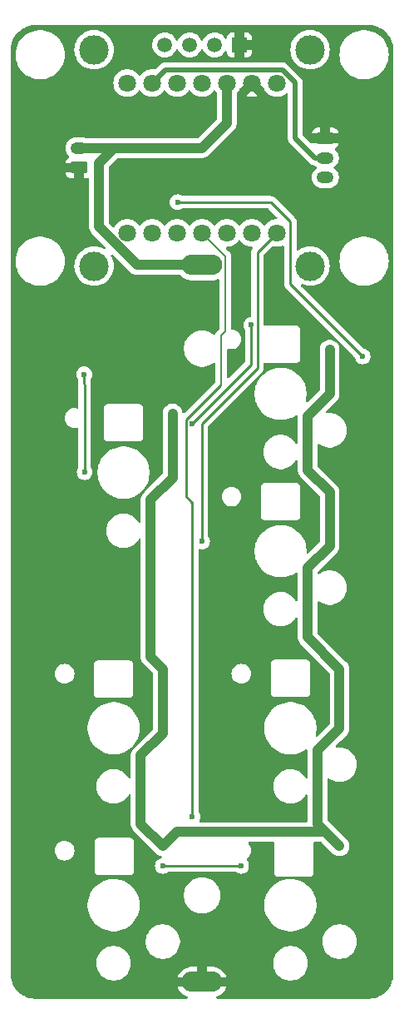
<source format=gbr>
%TF.GenerationSoftware,KiCad,Pcbnew,8.0.7*%
%TF.CreationDate,2025-04-08T16:05:58+09:00*%
%TF.ProjectId,Choc2,43686f63-322e-46b6-9963-61645f706362,rev?*%
%TF.SameCoordinates,Original*%
%TF.FileFunction,Copper,L2,Bot*%
%TF.FilePolarity,Positive*%
%FSLAX46Y46*%
G04 Gerber Fmt 4.6, Leading zero omitted, Abs format (unit mm)*
G04 Created by KiCad (PCBNEW 8.0.7) date 2025-04-08 16:05:58*
%MOMM*%
%LPD*%
G01*
G04 APERTURE LIST*
G04 Aperture macros list*
%AMRoundRect*
0 Rectangle with rounded corners*
0 $1 Rounding radius*
0 $2 $3 $4 $5 $6 $7 $8 $9 X,Y pos of 4 corners*
0 Add a 4 corners polygon primitive as box body*
4,1,4,$2,$3,$4,$5,$6,$7,$8,$9,$2,$3,0*
0 Add four circle primitives for the rounded corners*
1,1,$1+$1,$2,$3*
1,1,$1+$1,$4,$5*
1,1,$1+$1,$6,$7*
1,1,$1+$1,$8,$9*
0 Add four rect primitives between the rounded corners*
20,1,$1+$1,$2,$3,$4,$5,0*
20,1,$1+$1,$4,$5,$6,$7,0*
20,1,$1+$1,$6,$7,$8,$9,0*
20,1,$1+$1,$8,$9,$2,$3,0*%
G04 Aperture macros list end*
%TA.AperFunction,ComponentPad*%
%ADD10O,4.140000X2.070000*%
%TD*%
%TA.AperFunction,ComponentPad*%
%ADD11C,1.800000*%
%TD*%
%TA.AperFunction,ComponentPad*%
%ADD12RoundRect,0.250000X-0.625000X0.350000X-0.625000X-0.350000X0.625000X-0.350000X0.625000X0.350000X0*%
%TD*%
%TA.AperFunction,ComponentPad*%
%ADD13O,1.750000X1.200000*%
%TD*%
%TA.AperFunction,ComponentPad*%
%ADD14RoundRect,0.250000X0.625000X-0.350000X0.625000X0.350000X-0.625000X0.350000X-0.625000X-0.350000X0*%
%TD*%
%TA.AperFunction,ComponentPad*%
%ADD15R,1.508000X1.508000*%
%TD*%
%TA.AperFunction,ComponentPad*%
%ADD16C,1.508000*%
%TD*%
%TA.AperFunction,ComponentPad*%
%ADD17C,3.000000*%
%TD*%
%TA.AperFunction,ViaPad*%
%ADD18C,0.600000*%
%TD*%
%TA.AperFunction,Conductor*%
%ADD19C,1.000000*%
%TD*%
%TA.AperFunction,Conductor*%
%ADD20C,0.250000*%
%TD*%
%TA.AperFunction,Conductor*%
%ADD21C,0.500000*%
%TD*%
%TA.AperFunction,Conductor*%
%ADD22C,0.200000*%
%TD*%
G04 APERTURE END LIST*
D10*
%TO.P,BT1,+*%
%TO.N,VCC*%
X70000000Y-74900000D03*
%TO.P,BT1,-*%
%TO.N,GND*%
X70000000Y-147800000D03*
%TD*%
D11*
%TO.P,U1,1,LP_A_IO0*%
%TO.N,SW4*%
X77620000Y-71620000D03*
%TO.P,U1,2,LP_A_IO1*%
%TO.N,SW3*%
X75080000Y-71620000D03*
%TO.P,U1,3,LP_A_IO2*%
%TO.N,SW5*%
X72540000Y-71620000D03*
%TO.P,U1,4,IO21*%
%TO.N,SW6*%
X70000000Y-71620000D03*
%TO.P,U1,5,IO22_SDA*%
%TO.N,SDA*%
X67460000Y-71620000D03*
%TO.P,U1,6,IO23_SCL*%
%TO.N,SCL*%
X64920000Y-71620000D03*
%TO.P,U1,7,IO16_TX*%
%TO.N,LED*%
X62380000Y-71620000D03*
%TO.P,U1,8,IO17_RX*%
%TO.N,SW1*%
X62380000Y-56380000D03*
%TO.P,U1,9,IO19_SCK*%
%TO.N,LED2*%
X64920000Y-56380000D03*
%TO.P,U1,10,IO20_MISO*%
%TO.N,SW2*%
X67460000Y-56380000D03*
%TO.P,U1,11,IO18_MOSI*%
%TO.N,SW7*%
X70000000Y-56380000D03*
%TO.P,U1,12,3V3*%
%TO.N,VCC*%
X72540000Y-56380000D03*
%TO.P,U1,13,GND*%
%TO.N,GND*%
X75080000Y-56380000D03*
%TO.P,U1,14,5V*%
%TO.N,unconnected-(U1-5V-Pad14)*%
X77620000Y-56380000D03*
%TD*%
D12*
%TO.P,J4,1,Pin_1*%
%TO.N,GND*%
X82550000Y-62000000D03*
D13*
%TO.P,J4,2,Pin_2*%
%TO.N,LED2*%
X82550000Y-64000000D03*
%TO.P,J4,3,Pin_3*%
%TO.N,VCC*%
X82550000Y-66000000D03*
%TD*%
D14*
%TO.P,J1,1,Pin_1*%
%TO.N,GND*%
X57450000Y-65000000D03*
D13*
%TO.P,J1,2,Pin_2*%
%TO.N,VCC*%
X57450000Y-63000000D03*
%TD*%
D15*
%TO.P,OL1,1,SDA*%
%TO.N,GND*%
X73810000Y-52500000D03*
D16*
%TO.P,OL1,2,SCL*%
%TO.N,VCC*%
X71270000Y-52500000D03*
%TO.P,OL1,3,VCC*%
%TO.N,SCL*%
X68730000Y-52500000D03*
%TO.P,OL1,4,GND*%
%TO.N,SDA*%
X66190000Y-52500000D03*
D17*
%TO.P,OL1,S1*%
%TO.N,N/C*%
X81000000Y-53000000D03*
%TO.P,OL1,S2*%
X59000000Y-53000000D03*
%TO.P,OL1,S3*%
X59000000Y-75000000D03*
%TO.P,OL1,S4*%
X81000000Y-75000000D03*
%TD*%
D18*
%TO.N,VCC*%
X83000000Y-83500000D03*
X66000000Y-116000000D03*
X66000000Y-134000000D03*
X67000000Y-90000000D03*
X84000000Y-134000000D03*
X83000000Y-98000000D03*
X84000000Y-116000000D03*
%TO.N,GND*%
X72000000Y-94000000D03*
X73000000Y-146000000D03*
X55000000Y-146000000D03*
X74000000Y-118000000D03*
X73000000Y-128000000D03*
X73000000Y-84000000D03*
X56000000Y-118000000D03*
X75000000Y-136000000D03*
X56000000Y-102000000D03*
X72000000Y-110000000D03*
X56000000Y-136000000D03*
X73000000Y-100000000D03*
X55000000Y-128000000D03*
X57000000Y-92000000D03*
%TO.N,SW4*%
X70000000Y-103000000D03*
%TO.N,SW1*%
X58037779Y-95962221D03*
X58000000Y-86000000D03*
%TO.N,SW2*%
X86350000Y-84183274D03*
X67500000Y-68500000D03*
%TO.N,Net-(LED1-DOUT)*%
X75000000Y-81000000D03*
X69000000Y-91000000D03*
%TO.N,unconnected-(LED6-DOUT-Pad2)*%
X66000000Y-136000000D03*
X74000000Y-136000000D03*
%TO.N,SW6*%
X69000000Y-131000000D03*
%TD*%
D19*
%TO.N,VCC*%
X83000000Y-98000000D02*
X80750000Y-95750000D01*
X66000000Y-122518019D02*
X63750000Y-124768019D01*
X63750000Y-124768019D02*
X63750000Y-131750000D01*
X66000000Y-134000000D02*
X67450000Y-132550000D01*
X84000000Y-122000000D02*
X84000000Y-116000000D01*
X63750000Y-131750000D02*
X66000000Y-134000000D01*
X57450000Y-63000000D02*
X61000000Y-63000000D01*
X83000000Y-83500000D02*
X83000000Y-88000000D01*
X67000000Y-96518019D02*
X64750000Y-98768019D01*
X72540000Y-60460000D02*
X72540000Y-56380000D01*
X84000000Y-116000000D02*
X80750000Y-112750000D01*
X80750000Y-105704773D02*
X83000000Y-103454773D01*
X81750000Y-124250000D02*
X84000000Y-122000000D01*
X59500000Y-64500000D02*
X61000000Y-63000000D01*
X81750000Y-131750000D02*
X81750000Y-124250000D01*
X64750000Y-114750000D02*
X66000000Y-116000000D01*
X80750000Y-95750000D02*
X80750000Y-90250000D01*
X67450000Y-132550000D02*
X82550000Y-132550000D01*
X80750000Y-90250000D02*
X83000000Y-88000000D01*
X64750000Y-98768019D02*
X64750000Y-114750000D01*
X63397258Y-74900000D02*
X70000000Y-74900000D01*
X80750000Y-112750000D02*
X80750000Y-105704773D01*
X63397258Y-74900000D02*
X59500000Y-71002742D01*
X84000000Y-134000000D02*
X81750000Y-131750000D01*
X70000000Y-63000000D02*
X72540000Y-60460000D01*
X82550000Y-132550000D02*
X84000000Y-134000000D01*
X83000000Y-103454773D02*
X83000000Y-98000000D01*
X59500000Y-71002742D02*
X59500000Y-64500000D01*
X66000000Y-116000000D02*
X66000000Y-122518019D01*
X61000000Y-63000000D02*
X70000000Y-63000000D01*
X67000000Y-90000000D02*
X67000000Y-96518019D01*
D20*
%TO.N,SW4*%
X75625000Y-85375000D02*
X70000000Y-91000000D01*
X70000000Y-97000000D02*
X70000000Y-103000000D01*
X70000000Y-91000000D02*
X70000000Y-97000000D01*
X77620000Y-71620000D02*
X75625000Y-73615000D01*
X75625000Y-73615000D02*
X75625000Y-85375000D01*
%TO.N,SW1*%
X58037779Y-87037779D02*
X58037779Y-95962221D01*
X58000000Y-87000000D02*
X58037779Y-87037779D01*
X58000000Y-86000000D02*
X58000000Y-87000000D01*
%TO.N,SW2*%
X79000000Y-70500000D02*
X77000000Y-68500000D01*
X86350000Y-84183274D02*
X79000000Y-76833274D01*
X67500000Y-68500000D02*
X77000000Y-68500000D01*
X79000000Y-76833274D02*
X79000000Y-70500000D01*
%TO.N,Net-(LED1-DOUT)*%
X75000000Y-85000000D02*
X75000000Y-81000000D01*
X69000000Y-91000000D02*
X75000000Y-85000000D01*
%TO.N,unconnected-(LED6-DOUT-Pad2)*%
X66000000Y-136000000D02*
X74000000Y-136000000D01*
D21*
%TO.N,LED2*%
X79500000Y-56350811D02*
X78179189Y-55030000D01*
X81500000Y-64000000D02*
X79500000Y-62000000D01*
X78179189Y-55030000D02*
X66270000Y-55030000D01*
X82550000Y-64000000D02*
X81500000Y-64000000D01*
X79500000Y-62000000D02*
X79500000Y-56350811D01*
X66270000Y-55030000D02*
X64920000Y-56380000D01*
D20*
%TO.N,SW6*%
X68375000Y-98423350D02*
X69000000Y-99048350D01*
D22*
X72370000Y-73990000D02*
X72370000Y-81630000D01*
X71950000Y-82050000D02*
X71950000Y-87050000D01*
D20*
X68375000Y-90625000D02*
X68375000Y-98423350D01*
D22*
X72370000Y-81630000D02*
X71950000Y-82050000D01*
D20*
X69000000Y-99048350D02*
X69000000Y-131000000D01*
D22*
X71950000Y-87050000D02*
X71895000Y-87105000D01*
D20*
X71895000Y-87105000D02*
X68375000Y-90625000D01*
D22*
X70000000Y-71620000D02*
X72370000Y-73990000D01*
%TD*%
%TA.AperFunction,Conductor*%
%TO.N,GND*%
G36*
X73891904Y-72370304D02*
G01*
X73913809Y-72395583D01*
X73971016Y-72483147D01*
X73971019Y-72483151D01*
X73971021Y-72483153D01*
X74128216Y-72653913D01*
X74128219Y-72653915D01*
X74128222Y-72653918D01*
X74311365Y-72796464D01*
X74311371Y-72796468D01*
X74311374Y-72796470D01*
X74515497Y-72906936D01*
X74629487Y-72946068D01*
X74735015Y-72982297D01*
X74735017Y-72982297D01*
X74735019Y-72982298D01*
X74963951Y-73020500D01*
X74963952Y-73020500D01*
X75037962Y-73020500D01*
X75105001Y-73040185D01*
X75150756Y-73092989D01*
X75160700Y-73162147D01*
X75141063Y-73213392D01*
X75104914Y-73267491D01*
X75070690Y-73318708D01*
X75070688Y-73318713D01*
X75041368Y-73389497D01*
X75041368Y-73389500D01*
X75036063Y-73402309D01*
X75023537Y-73432549D01*
X75023535Y-73432556D01*
X74999500Y-73553389D01*
X74999500Y-80083677D01*
X74979815Y-80150716D01*
X74927011Y-80196471D01*
X74889384Y-80206897D01*
X74820750Y-80214630D01*
X74650478Y-80274210D01*
X74497737Y-80370184D01*
X74370184Y-80497737D01*
X74274211Y-80650476D01*
X74214631Y-80820745D01*
X74214630Y-80820750D01*
X74194435Y-80999996D01*
X74194435Y-81000003D01*
X74214630Y-81179249D01*
X74214631Y-81179254D01*
X74274211Y-81349524D01*
X74355493Y-81478881D01*
X74374500Y-81544854D01*
X74374500Y-84689547D01*
X74354815Y-84756586D01*
X74338181Y-84777228D01*
X72762181Y-86353228D01*
X72700858Y-86386713D01*
X72631166Y-86381729D01*
X72575233Y-86339857D01*
X72550816Y-86274393D01*
X72550500Y-86265547D01*
X72550500Y-83526360D01*
X72570185Y-83459321D01*
X72622989Y-83413566D01*
X72692147Y-83403622D01*
X72710496Y-83407700D01*
X72729834Y-83413566D01*
X72803868Y-83436024D01*
X73000000Y-83455341D01*
X73196132Y-83436024D01*
X73384727Y-83378814D01*
X73558538Y-83285910D01*
X73710883Y-83160883D01*
X73835910Y-83008538D01*
X73928814Y-82834727D01*
X73986024Y-82646132D01*
X74005341Y-82450000D01*
X73986024Y-82253868D01*
X73928814Y-82065273D01*
X73928811Y-82065269D01*
X73928811Y-82065266D01*
X73835913Y-81891467D01*
X73835909Y-81891460D01*
X73710883Y-81739116D01*
X73558539Y-81614090D01*
X73558532Y-81614086D01*
X73384733Y-81521188D01*
X73384727Y-81521186D01*
X73196132Y-81463976D01*
X73196129Y-81463975D01*
X73082346Y-81452769D01*
X73017559Y-81426608D01*
X72977200Y-81369574D01*
X72970500Y-81329366D01*
X72970500Y-73910945D01*
X72970500Y-73910943D01*
X72940090Y-73797451D01*
X72929577Y-73758215D01*
X72882460Y-73676607D01*
X72850520Y-73621284D01*
X72738716Y-73509480D01*
X72738715Y-73509479D01*
X72734385Y-73505149D01*
X72734374Y-73505139D01*
X72461416Y-73232181D01*
X72427931Y-73170858D01*
X72432915Y-73101166D01*
X72474787Y-73045233D01*
X72540251Y-73020816D01*
X72549097Y-73020500D01*
X72656048Y-73020500D01*
X72656049Y-73020500D01*
X72884981Y-72982298D01*
X73104503Y-72906936D01*
X73308626Y-72796470D01*
X73323484Y-72784906D01*
X73370129Y-72748600D01*
X73491784Y-72653913D01*
X73648979Y-72483153D01*
X73706191Y-72395582D01*
X73759337Y-72350226D01*
X73828568Y-72340802D01*
X73891904Y-72370304D01*
G37*
%TD.AperFunction*%
%TA.AperFunction,Conductor*%
G36*
X87003736Y-50500726D02*
G01*
X87293796Y-50518271D01*
X87308659Y-50520076D01*
X87590798Y-50571780D01*
X87605335Y-50575363D01*
X87879172Y-50660695D01*
X87893163Y-50666000D01*
X88154743Y-50783727D01*
X88167989Y-50790680D01*
X88413465Y-50939075D01*
X88425776Y-50947573D01*
X88589227Y-51075628D01*
X88651573Y-51124473D01*
X88662781Y-51134403D01*
X88865596Y-51337218D01*
X88875526Y-51348426D01*
X88907164Y-51388809D01*
X89048743Y-51569522D01*
X89052422Y-51574217D01*
X89060926Y-51586537D01*
X89128412Y-51698172D01*
X89209316Y-51832004D01*
X89216275Y-51845263D01*
X89333997Y-52106831D01*
X89339306Y-52120832D01*
X89424635Y-52394663D01*
X89428219Y-52409201D01*
X89479923Y-52691340D01*
X89481728Y-52706205D01*
X89499274Y-52996263D01*
X89499500Y-53003750D01*
X89499500Y-146996249D01*
X89499274Y-147003736D01*
X89481728Y-147293794D01*
X89479923Y-147308659D01*
X89428219Y-147590798D01*
X89424635Y-147605336D01*
X89339306Y-147879167D01*
X89333997Y-147893168D01*
X89216275Y-148154736D01*
X89209316Y-148167995D01*
X89060928Y-148413459D01*
X89052422Y-148425782D01*
X88875526Y-148651573D01*
X88865596Y-148662781D01*
X88662781Y-148865596D01*
X88651573Y-148875526D01*
X88425782Y-149052422D01*
X88413459Y-149060928D01*
X88167995Y-149209316D01*
X88154736Y-149216275D01*
X87893168Y-149333997D01*
X87879167Y-149339306D01*
X87605336Y-149424635D01*
X87590798Y-149428219D01*
X87308659Y-149479923D01*
X87293794Y-149481728D01*
X87003736Y-149499274D01*
X86996249Y-149499500D01*
X71554749Y-149499500D01*
X71487710Y-149479815D01*
X71441955Y-149427011D01*
X71432011Y-149357853D01*
X71461036Y-149294297D01*
X71516431Y-149257569D01*
X71624238Y-149222539D01*
X71839519Y-149112847D01*
X72034982Y-148970835D01*
X72034988Y-148970830D01*
X72205830Y-148799988D01*
X72205835Y-148799982D01*
X72347847Y-148604519D01*
X72457539Y-148389240D01*
X72486536Y-148300000D01*
X70985808Y-148300000D01*
X71045958Y-148239850D01*
X71121470Y-148126838D01*
X71173484Y-148001266D01*
X71200000Y-147867959D01*
X71200000Y-147732041D01*
X71173484Y-147598734D01*
X71121470Y-147473162D01*
X71045958Y-147360150D01*
X70985808Y-147300000D01*
X72486535Y-147300000D01*
X72457539Y-147210759D01*
X72347847Y-146995480D01*
X72205835Y-146800017D01*
X72205830Y-146800011D01*
X72034988Y-146629169D01*
X72034982Y-146629164D01*
X71839519Y-146487152D01*
X71624238Y-146377460D01*
X71394447Y-146302796D01*
X71155812Y-146265000D01*
X70500000Y-146265000D01*
X70500000Y-147110000D01*
X69500000Y-147110000D01*
X69500000Y-146265000D01*
X68844188Y-146265000D01*
X68605552Y-146302796D01*
X68375761Y-146377460D01*
X68160480Y-146487152D01*
X67965017Y-146629164D01*
X67965011Y-146629169D01*
X67794169Y-146800011D01*
X67794164Y-146800017D01*
X67652152Y-146995480D01*
X67542460Y-147210759D01*
X67513464Y-147300000D01*
X69014192Y-147300000D01*
X68954042Y-147360150D01*
X68878530Y-147473162D01*
X68826516Y-147598734D01*
X68800000Y-147732041D01*
X68800000Y-147867959D01*
X68826516Y-148001266D01*
X68878530Y-148126838D01*
X68954042Y-148239850D01*
X69014192Y-148300000D01*
X67513464Y-148300000D01*
X67542460Y-148389240D01*
X67652152Y-148604519D01*
X67794164Y-148799982D01*
X67794169Y-148799988D01*
X67965011Y-148970830D01*
X67965017Y-148970835D01*
X68160480Y-149112847D01*
X68375761Y-149222539D01*
X68483569Y-149257569D01*
X68541245Y-149297007D01*
X68568443Y-149361365D01*
X68556528Y-149430212D01*
X68509284Y-149481687D01*
X68445251Y-149499500D01*
X53003751Y-149499500D01*
X52996264Y-149499274D01*
X52706205Y-149481728D01*
X52691340Y-149479923D01*
X52409201Y-149428219D01*
X52394663Y-149424635D01*
X52120832Y-149339306D01*
X52106831Y-149333997D01*
X51845263Y-149216275D01*
X51832004Y-149209316D01*
X51586540Y-149060928D01*
X51574217Y-149052422D01*
X51348426Y-148875526D01*
X51337218Y-148865596D01*
X51134403Y-148662781D01*
X51124473Y-148651573D01*
X51087609Y-148604519D01*
X50947573Y-148425776D01*
X50939075Y-148413465D01*
X50790680Y-148167989D01*
X50783727Y-148154743D01*
X50666000Y-147893163D01*
X50660693Y-147879167D01*
X50657200Y-147867959D01*
X50575363Y-147605335D01*
X50571780Y-147590798D01*
X50520076Y-147308659D01*
X50518271Y-147293794D01*
X50513741Y-147218911D01*
X50500726Y-147003736D01*
X50500500Y-146996249D01*
X50500500Y-145785258D01*
X59249500Y-145785258D01*
X59249500Y-146014741D01*
X59274446Y-146204215D01*
X59279452Y-146242238D01*
X59315684Y-146377460D01*
X59338842Y-146463887D01*
X59426650Y-146675876D01*
X59426657Y-146675890D01*
X59541392Y-146874617D01*
X59681081Y-147056661D01*
X59681089Y-147056670D01*
X59843330Y-147218911D01*
X59843338Y-147218918D01*
X60025382Y-147358607D01*
X60025385Y-147358608D01*
X60025388Y-147358611D01*
X60224112Y-147473344D01*
X60224117Y-147473346D01*
X60224123Y-147473349D01*
X60315480Y-147511190D01*
X60436113Y-147561158D01*
X60657762Y-147620548D01*
X60885266Y-147650500D01*
X60885273Y-147650500D01*
X61114727Y-147650500D01*
X61114734Y-147650500D01*
X61342238Y-147620548D01*
X61563887Y-147561158D01*
X61775888Y-147473344D01*
X61974612Y-147358611D01*
X62156661Y-147218919D01*
X62156665Y-147218914D01*
X62156670Y-147218911D01*
X62318911Y-147056670D01*
X62318914Y-147056665D01*
X62318919Y-147056661D01*
X62458611Y-146874612D01*
X62573344Y-146675888D01*
X62661158Y-146463887D01*
X62720548Y-146242238D01*
X62750500Y-146014734D01*
X62750500Y-145785266D01*
X62750499Y-145785258D01*
X77249500Y-145785258D01*
X77249500Y-146014741D01*
X77274446Y-146204215D01*
X77279452Y-146242238D01*
X77315684Y-146377460D01*
X77338842Y-146463887D01*
X77426650Y-146675876D01*
X77426657Y-146675890D01*
X77541392Y-146874617D01*
X77681081Y-147056661D01*
X77681089Y-147056670D01*
X77843330Y-147218911D01*
X77843338Y-147218918D01*
X78025382Y-147358607D01*
X78025385Y-147358608D01*
X78025388Y-147358611D01*
X78224112Y-147473344D01*
X78224117Y-147473346D01*
X78224123Y-147473349D01*
X78315480Y-147511190D01*
X78436113Y-147561158D01*
X78657762Y-147620548D01*
X78885266Y-147650500D01*
X78885273Y-147650500D01*
X79114727Y-147650500D01*
X79114734Y-147650500D01*
X79342238Y-147620548D01*
X79563887Y-147561158D01*
X79775888Y-147473344D01*
X79974612Y-147358611D01*
X80156661Y-147218919D01*
X80156665Y-147218914D01*
X80156670Y-147218911D01*
X80318911Y-147056670D01*
X80318914Y-147056665D01*
X80318919Y-147056661D01*
X80458611Y-146874612D01*
X80573344Y-146675888D01*
X80661158Y-146463887D01*
X80720548Y-146242238D01*
X80750500Y-146014734D01*
X80750500Y-145785266D01*
X80720548Y-145557762D01*
X80661158Y-145336113D01*
X80587634Y-145158611D01*
X80573349Y-145124123D01*
X80573346Y-145124117D01*
X80573344Y-145124112D01*
X80458611Y-144925388D01*
X80458608Y-144925385D01*
X80458607Y-144925382D01*
X80318918Y-144743338D01*
X80318911Y-144743330D01*
X80156670Y-144581089D01*
X80156661Y-144581081D01*
X79974617Y-144441392D01*
X79775890Y-144326657D01*
X79775876Y-144326650D01*
X79563887Y-144238842D01*
X79342238Y-144179452D01*
X79304215Y-144174446D01*
X79114741Y-144149500D01*
X79114734Y-144149500D01*
X78885266Y-144149500D01*
X78885258Y-144149500D01*
X78668715Y-144178009D01*
X78657762Y-144179452D01*
X78564076Y-144204554D01*
X78436112Y-144238842D01*
X78224123Y-144326650D01*
X78224109Y-144326657D01*
X78025382Y-144441392D01*
X77843338Y-144581081D01*
X77681081Y-144743338D01*
X77541392Y-144925382D01*
X77426657Y-145124109D01*
X77426650Y-145124123D01*
X77338842Y-145336112D01*
X77279453Y-145557759D01*
X77279451Y-145557770D01*
X77249500Y-145785258D01*
X62750499Y-145785258D01*
X62720548Y-145557762D01*
X62661158Y-145336113D01*
X62587634Y-145158611D01*
X62573349Y-145124123D01*
X62573346Y-145124117D01*
X62573344Y-145124112D01*
X62458611Y-144925388D01*
X62458608Y-144925385D01*
X62458607Y-144925382D01*
X62318918Y-144743338D01*
X62318911Y-144743330D01*
X62156670Y-144581089D01*
X62156661Y-144581081D01*
X61974617Y-144441392D01*
X61775890Y-144326657D01*
X61775876Y-144326650D01*
X61563887Y-144238842D01*
X61342238Y-144179452D01*
X61304215Y-144174446D01*
X61114741Y-144149500D01*
X61114734Y-144149500D01*
X60885266Y-144149500D01*
X60885258Y-144149500D01*
X60668715Y-144178009D01*
X60657762Y-144179452D01*
X60564076Y-144204554D01*
X60436112Y-144238842D01*
X60224123Y-144326650D01*
X60224109Y-144326657D01*
X60025382Y-144441392D01*
X59843338Y-144581081D01*
X59681081Y-144743338D01*
X59541392Y-144925382D01*
X59426657Y-145124109D01*
X59426650Y-145124123D01*
X59338842Y-145336112D01*
X59279453Y-145557759D01*
X59279451Y-145557770D01*
X59249500Y-145785258D01*
X50500500Y-145785258D01*
X50500500Y-143585258D01*
X64249500Y-143585258D01*
X64249500Y-143814741D01*
X64274446Y-144004215D01*
X64279452Y-144042238D01*
X64316218Y-144179451D01*
X64338842Y-144263887D01*
X64426650Y-144475876D01*
X64426657Y-144475890D01*
X64541392Y-144674617D01*
X64681081Y-144856661D01*
X64681089Y-144856670D01*
X64843330Y-145018911D01*
X64843338Y-145018918D01*
X65025382Y-145158607D01*
X65025385Y-145158608D01*
X65025388Y-145158611D01*
X65224112Y-145273344D01*
X65224117Y-145273346D01*
X65224123Y-145273349D01*
X65315480Y-145311190D01*
X65436113Y-145361158D01*
X65657762Y-145420548D01*
X65885266Y-145450500D01*
X65885273Y-145450500D01*
X66114727Y-145450500D01*
X66114734Y-145450500D01*
X66342238Y-145420548D01*
X66563887Y-145361158D01*
X66775888Y-145273344D01*
X66974612Y-145158611D01*
X67156661Y-145018919D01*
X67156665Y-145018914D01*
X67156670Y-145018911D01*
X67318911Y-144856670D01*
X67318914Y-144856665D01*
X67318919Y-144856661D01*
X67458611Y-144674612D01*
X67573344Y-144475888D01*
X67661158Y-144263887D01*
X67720548Y-144042238D01*
X67750500Y-143814734D01*
X67750500Y-143585266D01*
X67750499Y-143585258D01*
X82249500Y-143585258D01*
X82249500Y-143814741D01*
X82274446Y-144004215D01*
X82279452Y-144042238D01*
X82316218Y-144179451D01*
X82338842Y-144263887D01*
X82426650Y-144475876D01*
X82426657Y-144475890D01*
X82541392Y-144674617D01*
X82681081Y-144856661D01*
X82681089Y-144856670D01*
X82843330Y-145018911D01*
X82843338Y-145018918D01*
X83025382Y-145158607D01*
X83025385Y-145158608D01*
X83025388Y-145158611D01*
X83224112Y-145273344D01*
X83224117Y-145273346D01*
X83224123Y-145273349D01*
X83315480Y-145311190D01*
X83436113Y-145361158D01*
X83657762Y-145420548D01*
X83885266Y-145450500D01*
X83885273Y-145450500D01*
X84114727Y-145450500D01*
X84114734Y-145450500D01*
X84342238Y-145420548D01*
X84563887Y-145361158D01*
X84775888Y-145273344D01*
X84974612Y-145158611D01*
X85156661Y-145018919D01*
X85156665Y-145018914D01*
X85156670Y-145018911D01*
X85318911Y-144856670D01*
X85318914Y-144856665D01*
X85318919Y-144856661D01*
X85458611Y-144674612D01*
X85573344Y-144475888D01*
X85661158Y-144263887D01*
X85720548Y-144042238D01*
X85750500Y-143814734D01*
X85750500Y-143585266D01*
X85720548Y-143357762D01*
X85661158Y-143136113D01*
X85573344Y-142924112D01*
X85458611Y-142725388D01*
X85458608Y-142725385D01*
X85458607Y-142725382D01*
X85318918Y-142543338D01*
X85318911Y-142543330D01*
X85156670Y-142381089D01*
X85156661Y-142381081D01*
X84974617Y-142241392D01*
X84775890Y-142126657D01*
X84775876Y-142126650D01*
X84563887Y-142038842D01*
X84342238Y-141979452D01*
X84304215Y-141974446D01*
X84114741Y-141949500D01*
X84114734Y-141949500D01*
X83885266Y-141949500D01*
X83885258Y-141949500D01*
X83668715Y-141978009D01*
X83657762Y-141979452D01*
X83564076Y-142004554D01*
X83436112Y-142038842D01*
X83224123Y-142126650D01*
X83224109Y-142126657D01*
X83025382Y-142241392D01*
X82843338Y-142381081D01*
X82681081Y-142543338D01*
X82541392Y-142725382D01*
X82426657Y-142924109D01*
X82426650Y-142924123D01*
X82338842Y-143136112D01*
X82279453Y-143357759D01*
X82279451Y-143357770D01*
X82249500Y-143585258D01*
X67750499Y-143585258D01*
X67720548Y-143357762D01*
X67661158Y-143136113D01*
X67573344Y-142924112D01*
X67458611Y-142725388D01*
X67458608Y-142725385D01*
X67458607Y-142725382D01*
X67318918Y-142543338D01*
X67318911Y-142543330D01*
X67156670Y-142381089D01*
X67156661Y-142381081D01*
X66974617Y-142241392D01*
X66775890Y-142126657D01*
X66775876Y-142126650D01*
X66563887Y-142038842D01*
X66342238Y-141979452D01*
X66304215Y-141974446D01*
X66114741Y-141949500D01*
X66114734Y-141949500D01*
X65885266Y-141949500D01*
X65885258Y-141949500D01*
X65668715Y-141978009D01*
X65657762Y-141979452D01*
X65564076Y-142004554D01*
X65436112Y-142038842D01*
X65224123Y-142126650D01*
X65224109Y-142126657D01*
X65025382Y-142241392D01*
X64843338Y-142381081D01*
X64681081Y-142543338D01*
X64541392Y-142725382D01*
X64426657Y-142924109D01*
X64426650Y-142924123D01*
X64338842Y-143136112D01*
X64279453Y-143357759D01*
X64279451Y-143357770D01*
X64249500Y-143585258D01*
X50500500Y-143585258D01*
X50500500Y-139851146D01*
X58349500Y-139851146D01*
X58349500Y-140148853D01*
X58382830Y-140444662D01*
X58382832Y-140444674D01*
X58449076Y-140734912D01*
X58449079Y-140734920D01*
X58547400Y-141015904D01*
X58676563Y-141284114D01*
X58676565Y-141284117D01*
X58834950Y-141536185D01*
X59020562Y-141768934D01*
X59231066Y-141979438D01*
X59463815Y-142165050D01*
X59715883Y-142323435D01*
X59984099Y-142452601D01*
X60195135Y-142526445D01*
X60265079Y-142550920D01*
X60265087Y-142550923D01*
X60265090Y-142550923D01*
X60265091Y-142550924D01*
X60555325Y-142617168D01*
X60851147Y-142650499D01*
X60851148Y-142650500D01*
X60851151Y-142650500D01*
X61148852Y-142650500D01*
X61148852Y-142650499D01*
X61444675Y-142617168D01*
X61734909Y-142550924D01*
X62015901Y-142452601D01*
X62284117Y-142323435D01*
X62536185Y-142165050D01*
X62768934Y-141979438D01*
X62979438Y-141768934D01*
X63165050Y-141536185D01*
X63323435Y-141284117D01*
X63452601Y-141015901D01*
X63550924Y-140734909D01*
X63617168Y-140444675D01*
X63650500Y-140148849D01*
X63650500Y-139851151D01*
X63617168Y-139555325D01*
X63550924Y-139265091D01*
X63452601Y-138984099D01*
X63406665Y-138888711D01*
X68149500Y-138888711D01*
X68149500Y-139131288D01*
X68181161Y-139371785D01*
X68243947Y-139606104D01*
X68336773Y-139830205D01*
X68336776Y-139830212D01*
X68458064Y-140040289D01*
X68458066Y-140040292D01*
X68458067Y-140040293D01*
X68605733Y-140232736D01*
X68605739Y-140232743D01*
X68777256Y-140404260D01*
X68777263Y-140404266D01*
X68829924Y-140444674D01*
X68969711Y-140551936D01*
X69179788Y-140673224D01*
X69403900Y-140766054D01*
X69638211Y-140828838D01*
X69818586Y-140852584D01*
X69878711Y-140860500D01*
X69878712Y-140860500D01*
X70121289Y-140860500D01*
X70169388Y-140854167D01*
X70361789Y-140828838D01*
X70596100Y-140766054D01*
X70820212Y-140673224D01*
X71030289Y-140551936D01*
X71222738Y-140404265D01*
X71394265Y-140232738D01*
X71541936Y-140040289D01*
X71651138Y-139851146D01*
X76349500Y-139851146D01*
X76349500Y-140148853D01*
X76382830Y-140444662D01*
X76382832Y-140444674D01*
X76449076Y-140734912D01*
X76449079Y-140734920D01*
X76547400Y-141015904D01*
X76676563Y-141284114D01*
X76676565Y-141284117D01*
X76834950Y-141536185D01*
X77020562Y-141768934D01*
X77231066Y-141979438D01*
X77463815Y-142165050D01*
X77715883Y-142323435D01*
X77984099Y-142452601D01*
X78195135Y-142526445D01*
X78265079Y-142550920D01*
X78265087Y-142550923D01*
X78265090Y-142550923D01*
X78265091Y-142550924D01*
X78555325Y-142617168D01*
X78851147Y-142650499D01*
X78851148Y-142650500D01*
X78851151Y-142650500D01*
X79148852Y-142650500D01*
X79148852Y-142650499D01*
X79444675Y-142617168D01*
X79734909Y-142550924D01*
X80015901Y-142452601D01*
X80284117Y-142323435D01*
X80536185Y-142165050D01*
X80768934Y-141979438D01*
X80979438Y-141768934D01*
X81165050Y-141536185D01*
X81323435Y-141284117D01*
X81452601Y-141015901D01*
X81550924Y-140734909D01*
X81617168Y-140444675D01*
X81650500Y-140148849D01*
X81650500Y-139851151D01*
X81617168Y-139555325D01*
X81550924Y-139265091D01*
X81452601Y-138984099D01*
X81323435Y-138715883D01*
X81165050Y-138463815D01*
X80979438Y-138231066D01*
X80768934Y-138020562D01*
X80536185Y-137834950D01*
X80284117Y-137676565D01*
X80284114Y-137676563D01*
X80015904Y-137547400D01*
X79734920Y-137449079D01*
X79734912Y-137449076D01*
X79517233Y-137399393D01*
X79444675Y-137382832D01*
X79444671Y-137382831D01*
X79444662Y-137382830D01*
X79148853Y-137349500D01*
X79148849Y-137349500D01*
X78851151Y-137349500D01*
X78851146Y-137349500D01*
X78555337Y-137382830D01*
X78555325Y-137382832D01*
X78265087Y-137449076D01*
X78265079Y-137449079D01*
X77984095Y-137547400D01*
X77715885Y-137676563D01*
X77463816Y-137834949D01*
X77231066Y-138020561D01*
X77020561Y-138231066D01*
X76834949Y-138463816D01*
X76676563Y-138715885D01*
X76547400Y-138984095D01*
X76449079Y-139265079D01*
X76449076Y-139265087D01*
X76382832Y-139555325D01*
X76382830Y-139555337D01*
X76349500Y-139851146D01*
X71651138Y-139851146D01*
X71663224Y-139830212D01*
X71756054Y-139606100D01*
X71818838Y-139371789D01*
X71850500Y-139131288D01*
X71850500Y-138888712D01*
X71818838Y-138648211D01*
X71756054Y-138413900D01*
X71663224Y-138189788D01*
X71541936Y-137979711D01*
X71430857Y-137834950D01*
X71394266Y-137787263D01*
X71394260Y-137787256D01*
X71222743Y-137615739D01*
X71222736Y-137615733D01*
X71030293Y-137468067D01*
X71030292Y-137468066D01*
X71030289Y-137468064D01*
X70820212Y-137346776D01*
X70820205Y-137346773D01*
X70596104Y-137253947D01*
X70361785Y-137191161D01*
X70121289Y-137159500D01*
X70121288Y-137159500D01*
X69878712Y-137159500D01*
X69878711Y-137159500D01*
X69638214Y-137191161D01*
X69403895Y-137253947D01*
X69179794Y-137346773D01*
X69179785Y-137346777D01*
X68969706Y-137468067D01*
X68777263Y-137615733D01*
X68777256Y-137615739D01*
X68605739Y-137787256D01*
X68605733Y-137787263D01*
X68458067Y-137979706D01*
X68336777Y-138189785D01*
X68336773Y-138189794D01*
X68243947Y-138413895D01*
X68181161Y-138648214D01*
X68149500Y-138888711D01*
X63406665Y-138888711D01*
X63323435Y-138715883D01*
X63165050Y-138463815D01*
X62979438Y-138231066D01*
X62768934Y-138020562D01*
X62536185Y-137834950D01*
X62284117Y-137676565D01*
X62284114Y-137676563D01*
X62015904Y-137547400D01*
X61734920Y-137449079D01*
X61734912Y-137449076D01*
X61517233Y-137399393D01*
X61444675Y-137382832D01*
X61444671Y-137382831D01*
X61444662Y-137382830D01*
X61148853Y-137349500D01*
X61148849Y-137349500D01*
X60851151Y-137349500D01*
X60851146Y-137349500D01*
X60555337Y-137382830D01*
X60555325Y-137382832D01*
X60265087Y-137449076D01*
X60265079Y-137449079D01*
X59984095Y-137547400D01*
X59715885Y-137676563D01*
X59463816Y-137834949D01*
X59231066Y-138020561D01*
X59020561Y-138231066D01*
X58834949Y-138463816D01*
X58676563Y-138715885D01*
X58547400Y-138984095D01*
X58449079Y-139265079D01*
X58449076Y-139265087D01*
X58382832Y-139555325D01*
X58382830Y-139555337D01*
X58349500Y-139851146D01*
X50500500Y-139851146D01*
X50500500Y-134450000D01*
X54994659Y-134450000D01*
X55013975Y-134646129D01*
X55071188Y-134834733D01*
X55164086Y-135008532D01*
X55164090Y-135008539D01*
X55289116Y-135160883D01*
X55441460Y-135285909D01*
X55441467Y-135285913D01*
X55615266Y-135378811D01*
X55615269Y-135378811D01*
X55615273Y-135378814D01*
X55803868Y-135436024D01*
X56000000Y-135455341D01*
X56196132Y-135436024D01*
X56384727Y-135378814D01*
X56558538Y-135285910D01*
X56710883Y-135160883D01*
X56835910Y-135008538D01*
X56928814Y-134834727D01*
X56986024Y-134646132D01*
X57005341Y-134450000D01*
X56986024Y-134253868D01*
X56928814Y-134065273D01*
X56928811Y-134065269D01*
X56928811Y-134065266D01*
X56835913Y-133891467D01*
X56835909Y-133891460D01*
X56710883Y-133739116D01*
X56558539Y-133614090D01*
X56558532Y-133614086D01*
X56384733Y-133521188D01*
X56384727Y-133521186D01*
X56305897Y-133497273D01*
X59049500Y-133497273D01*
X59049500Y-136497273D01*
X59049500Y-136602727D01*
X59076793Y-136704587D01*
X59129520Y-136795913D01*
X59204087Y-136870480D01*
X59295413Y-136923207D01*
X59397273Y-136950500D01*
X59397275Y-136950500D01*
X62702725Y-136950500D01*
X62702727Y-136950500D01*
X62804587Y-136923207D01*
X62895913Y-136870480D01*
X62970480Y-136795913D01*
X63023207Y-136704587D01*
X63050500Y-136602727D01*
X63050500Y-133497273D01*
X63023207Y-133395413D01*
X62970480Y-133304087D01*
X62895913Y-133229520D01*
X62804587Y-133176793D01*
X62702727Y-133149500D01*
X59502727Y-133149500D01*
X59397273Y-133149500D01*
X59295413Y-133176793D01*
X59295410Y-133176794D01*
X59204085Y-133229521D01*
X59129521Y-133304085D01*
X59076794Y-133395410D01*
X59076793Y-133395413D01*
X59049500Y-133497273D01*
X56305897Y-133497273D01*
X56196132Y-133463976D01*
X56196129Y-133463975D01*
X56000000Y-133444659D01*
X55803870Y-133463975D01*
X55615266Y-133521188D01*
X55441467Y-133614086D01*
X55441460Y-133614090D01*
X55289116Y-133739116D01*
X55164090Y-133891460D01*
X55164086Y-133891467D01*
X55071188Y-134065266D01*
X55013975Y-134253870D01*
X54994659Y-134450000D01*
X50500500Y-134450000D01*
X50500500Y-121851146D01*
X58349500Y-121851146D01*
X58349500Y-122148853D01*
X58382830Y-122444662D01*
X58382832Y-122444674D01*
X58449076Y-122734912D01*
X58449079Y-122734920D01*
X58547400Y-123015904D01*
X58676563Y-123284114D01*
X58676565Y-123284117D01*
X58834950Y-123536185D01*
X58973424Y-123709825D01*
X59009333Y-123754854D01*
X59020562Y-123768934D01*
X59231066Y-123979438D01*
X59463815Y-124165050D01*
X59715883Y-124323435D01*
X59984099Y-124452601D01*
X60195135Y-124526445D01*
X60265079Y-124550920D01*
X60265087Y-124550923D01*
X60265090Y-124550923D01*
X60265091Y-124550924D01*
X60555325Y-124617168D01*
X60851147Y-124650499D01*
X60851148Y-124650500D01*
X60851151Y-124650500D01*
X61148852Y-124650500D01*
X61148852Y-124650499D01*
X61444675Y-124617168D01*
X61734909Y-124550924D01*
X62015901Y-124452601D01*
X62284117Y-124323435D01*
X62536185Y-124165050D01*
X62768934Y-123979438D01*
X62979438Y-123768934D01*
X63165050Y-123536185D01*
X63323435Y-123284117D01*
X63452601Y-123015901D01*
X63550924Y-122734909D01*
X63617168Y-122444675D01*
X63650500Y-122148849D01*
X63650500Y-121851151D01*
X63617168Y-121555325D01*
X63550924Y-121265091D01*
X63452601Y-120984099D01*
X63323435Y-120715883D01*
X63165050Y-120463815D01*
X62979438Y-120231066D01*
X62768934Y-120020562D01*
X62536185Y-119834950D01*
X62284117Y-119676565D01*
X62284114Y-119676563D01*
X62015904Y-119547400D01*
X61734920Y-119449079D01*
X61734912Y-119449076D01*
X61517233Y-119399393D01*
X61444675Y-119382832D01*
X61444671Y-119382831D01*
X61444662Y-119382830D01*
X61148853Y-119349500D01*
X61148849Y-119349500D01*
X60851151Y-119349500D01*
X60851146Y-119349500D01*
X60555337Y-119382830D01*
X60555325Y-119382832D01*
X60265087Y-119449076D01*
X60265079Y-119449079D01*
X59984095Y-119547400D01*
X59715885Y-119676563D01*
X59463816Y-119834949D01*
X59231066Y-120020561D01*
X59020561Y-120231066D01*
X58834949Y-120463816D01*
X58676563Y-120715885D01*
X58547400Y-120984095D01*
X58449079Y-121265079D01*
X58449076Y-121265087D01*
X58382832Y-121555325D01*
X58382830Y-121555337D01*
X58349500Y-121851146D01*
X50500500Y-121851146D01*
X50500500Y-116450000D01*
X54994659Y-116450000D01*
X55013975Y-116646129D01*
X55071188Y-116834733D01*
X55164086Y-117008532D01*
X55164090Y-117008539D01*
X55289116Y-117160883D01*
X55441460Y-117285909D01*
X55441467Y-117285913D01*
X55615266Y-117378811D01*
X55615269Y-117378811D01*
X55615273Y-117378814D01*
X55803868Y-117436024D01*
X56000000Y-117455341D01*
X56196132Y-117436024D01*
X56384727Y-117378814D01*
X56558538Y-117285910D01*
X56710883Y-117160883D01*
X56835910Y-117008538D01*
X56928814Y-116834727D01*
X56986024Y-116646132D01*
X57005341Y-116450000D01*
X56986024Y-116253868D01*
X56928814Y-116065273D01*
X56928811Y-116065269D01*
X56928811Y-116065266D01*
X56835913Y-115891467D01*
X56835909Y-115891460D01*
X56710883Y-115739116D01*
X56558539Y-115614090D01*
X56558532Y-115614086D01*
X56384733Y-115521188D01*
X56384727Y-115521186D01*
X56196132Y-115463976D01*
X56196129Y-115463975D01*
X56026542Y-115447273D01*
X58999500Y-115447273D01*
X58999500Y-118447273D01*
X58999500Y-118552727D01*
X59026793Y-118654587D01*
X59079520Y-118745913D01*
X59154087Y-118820480D01*
X59245413Y-118873207D01*
X59347273Y-118900500D01*
X59347275Y-118900500D01*
X62652725Y-118900500D01*
X62652727Y-118900500D01*
X62754587Y-118873207D01*
X62845913Y-118820480D01*
X62920480Y-118745913D01*
X62973207Y-118654587D01*
X63000500Y-118552727D01*
X63000500Y-115447273D01*
X62973207Y-115345413D01*
X62920480Y-115254087D01*
X62845913Y-115179520D01*
X62754587Y-115126793D01*
X62652727Y-115099500D01*
X59452727Y-115099500D01*
X59347273Y-115099500D01*
X59245413Y-115126793D01*
X59245410Y-115126794D01*
X59154085Y-115179521D01*
X59079521Y-115254085D01*
X59026794Y-115345410D01*
X59026793Y-115345413D01*
X58999500Y-115447273D01*
X56026542Y-115447273D01*
X56000000Y-115444659D01*
X55803870Y-115463975D01*
X55615266Y-115521188D01*
X55441467Y-115614086D01*
X55441460Y-115614090D01*
X55289116Y-115739116D01*
X55164090Y-115891460D01*
X55164086Y-115891467D01*
X55071188Y-116065266D01*
X55013975Y-116253870D01*
X54994659Y-116450000D01*
X50500500Y-116450000D01*
X50500500Y-90450000D01*
X55994659Y-90450000D01*
X56013975Y-90646129D01*
X56071188Y-90834733D01*
X56164086Y-91008532D01*
X56164090Y-91008539D01*
X56289116Y-91160883D01*
X56441460Y-91285909D01*
X56441467Y-91285913D01*
X56615266Y-91378811D01*
X56615269Y-91378811D01*
X56615273Y-91378814D01*
X56803868Y-91436024D01*
X57000000Y-91455341D01*
X57196132Y-91436024D01*
X57227157Y-91426612D01*
X57252283Y-91418991D01*
X57322150Y-91418367D01*
X57381263Y-91455615D01*
X57410854Y-91518909D01*
X57412279Y-91537651D01*
X57412279Y-95417366D01*
X57393273Y-95483338D01*
X57311990Y-95612697D01*
X57252410Y-95782966D01*
X57252409Y-95782971D01*
X57232214Y-95962217D01*
X57232214Y-95962224D01*
X57252409Y-96141470D01*
X57252410Y-96141475D01*
X57311990Y-96311744D01*
X57395509Y-96444662D01*
X57407963Y-96464483D01*
X57535517Y-96592037D01*
X57688257Y-96688010D01*
X57822287Y-96734909D01*
X57858524Y-96747589D01*
X57858529Y-96747590D01*
X58037775Y-96767786D01*
X58037779Y-96767786D01*
X58037783Y-96767786D01*
X58217028Y-96747590D01*
X58217031Y-96747589D01*
X58217034Y-96747589D01*
X58387301Y-96688010D01*
X58540041Y-96592037D01*
X58667595Y-96464483D01*
X58763568Y-96311743D01*
X58823147Y-96141476D01*
X58823323Y-96139917D01*
X58843344Y-95962224D01*
X58843344Y-95962217D01*
X58830829Y-95851146D01*
X59349500Y-95851146D01*
X59349500Y-96148853D01*
X59382830Y-96444662D01*
X59382832Y-96444674D01*
X59449076Y-96734912D01*
X59449079Y-96734920D01*
X59547400Y-97015904D01*
X59676563Y-97284114D01*
X59676565Y-97284117D01*
X59834950Y-97536185D01*
X60020562Y-97768934D01*
X60231066Y-97979438D01*
X60463815Y-98165050D01*
X60669205Y-98294105D01*
X60715885Y-98323436D01*
X60734935Y-98332610D01*
X60984099Y-98452601D01*
X61195135Y-98526445D01*
X61265079Y-98550920D01*
X61265087Y-98550923D01*
X61265090Y-98550923D01*
X61265091Y-98550924D01*
X61555325Y-98617168D01*
X61851147Y-98650499D01*
X61851148Y-98650500D01*
X61851151Y-98650500D01*
X62148852Y-98650500D01*
X62148852Y-98650499D01*
X62444675Y-98617168D01*
X62734909Y-98550924D01*
X63015901Y-98452601D01*
X63284117Y-98323435D01*
X63536185Y-98165050D01*
X63768934Y-97979438D01*
X63979438Y-97768934D01*
X64165050Y-97536185D01*
X64323435Y-97284117D01*
X64452601Y-97015901D01*
X64550924Y-96734909D01*
X64617168Y-96444675D01*
X64650500Y-96148849D01*
X64650500Y-95851151D01*
X64617168Y-95555325D01*
X64550924Y-95265091D01*
X64452601Y-94984099D01*
X64323435Y-94715883D01*
X64165050Y-94463815D01*
X63979438Y-94231066D01*
X63768934Y-94020562D01*
X63536185Y-93834950D01*
X63284117Y-93676565D01*
X63284114Y-93676563D01*
X63015904Y-93547400D01*
X62734920Y-93449079D01*
X62734912Y-93449076D01*
X62517233Y-93399393D01*
X62444675Y-93382832D01*
X62444671Y-93382831D01*
X62444662Y-93382830D01*
X62148853Y-93349500D01*
X62148849Y-93349500D01*
X61851151Y-93349500D01*
X61851146Y-93349500D01*
X61555337Y-93382830D01*
X61555325Y-93382832D01*
X61265087Y-93449076D01*
X61265079Y-93449079D01*
X60984095Y-93547400D01*
X60715885Y-93676563D01*
X60463816Y-93834949D01*
X60231066Y-94020561D01*
X60020561Y-94231066D01*
X59834949Y-94463816D01*
X59676563Y-94715885D01*
X59547400Y-94984095D01*
X59449079Y-95265079D01*
X59449076Y-95265087D01*
X59382832Y-95555325D01*
X59382830Y-95555337D01*
X59349500Y-95851146D01*
X58830829Y-95851146D01*
X58823148Y-95782971D01*
X58823147Y-95782966D01*
X58766314Y-95620548D01*
X58763568Y-95612699D01*
X58727517Y-95555325D01*
X58682285Y-95483338D01*
X58663279Y-95417366D01*
X58663279Y-89372273D01*
X59999500Y-89372273D01*
X59999500Y-92477726D01*
X60026793Y-92579586D01*
X60026794Y-92579589D01*
X60027660Y-92581089D01*
X60079520Y-92670913D01*
X60154087Y-92745480D01*
X60245413Y-92798207D01*
X60347273Y-92825500D01*
X60347275Y-92825500D01*
X63652725Y-92825500D01*
X63652727Y-92825500D01*
X63754587Y-92798207D01*
X63845913Y-92745480D01*
X63920480Y-92670913D01*
X63973207Y-92579587D01*
X64000500Y-92477727D01*
X64000500Y-89372273D01*
X63973207Y-89270413D01*
X63920480Y-89179087D01*
X63845913Y-89104520D01*
X63754587Y-89051793D01*
X63652727Y-89024500D01*
X60452727Y-89024500D01*
X60347273Y-89024500D01*
X60245413Y-89051793D01*
X60245410Y-89051794D01*
X60154085Y-89104521D01*
X60079521Y-89179085D01*
X60026794Y-89270410D01*
X60026793Y-89270413D01*
X59999500Y-89372273D01*
X58663279Y-89372273D01*
X58663279Y-87105520D01*
X58663280Y-87105499D01*
X58663280Y-86976170D01*
X58639242Y-86855329D01*
X58639242Y-86855328D01*
X58634938Y-86844936D01*
X58625500Y-86797485D01*
X58625500Y-86544854D01*
X58644507Y-86478881D01*
X58725788Y-86349524D01*
X58729171Y-86339857D01*
X58785368Y-86179255D01*
X58785369Y-86179249D01*
X58805565Y-86000003D01*
X58805565Y-85999996D01*
X58785369Y-85820750D01*
X58785368Y-85820745D01*
X58734917Y-85676565D01*
X58725789Y-85650478D01*
X58629816Y-85497738D01*
X58502262Y-85370184D01*
X58469344Y-85349500D01*
X58349523Y-85274211D01*
X58179254Y-85214631D01*
X58179249Y-85214630D01*
X58000004Y-85194435D01*
X57999996Y-85194435D01*
X57820750Y-85214630D01*
X57820745Y-85214631D01*
X57650476Y-85274211D01*
X57497737Y-85370184D01*
X57370184Y-85497737D01*
X57274211Y-85650476D01*
X57214631Y-85820745D01*
X57214630Y-85820750D01*
X57194435Y-85999996D01*
X57194435Y-86000003D01*
X57214630Y-86179249D01*
X57214631Y-86179254D01*
X57274211Y-86349524D01*
X57355493Y-86478881D01*
X57374500Y-86544854D01*
X57374500Y-87061611D01*
X57398535Y-87182443D01*
X57398538Y-87182455D01*
X57402840Y-87192840D01*
X57412279Y-87240292D01*
X57412279Y-89362349D01*
X57392594Y-89429388D01*
X57339790Y-89475143D01*
X57270632Y-89485087D01*
X57252283Y-89481009D01*
X57196134Y-89463976D01*
X57000000Y-89444659D01*
X56803870Y-89463975D01*
X56615266Y-89521188D01*
X56441467Y-89614086D01*
X56441460Y-89614090D01*
X56289116Y-89739116D01*
X56164090Y-89891460D01*
X56164086Y-89891467D01*
X56071188Y-90065266D01*
X56013975Y-90253870D01*
X55994659Y-90450000D01*
X50500500Y-90450000D01*
X50500500Y-74499994D01*
X50994556Y-74499994D01*
X50994556Y-74500005D01*
X51014310Y-74814004D01*
X51014311Y-74814011D01*
X51014312Y-74814015D01*
X51049790Y-75000000D01*
X51073270Y-75123083D01*
X51170497Y-75422316D01*
X51170499Y-75422321D01*
X51304461Y-75707003D01*
X51304464Y-75707009D01*
X51473051Y-75972661D01*
X51473054Y-75972665D01*
X51673606Y-76215090D01*
X51673608Y-76215092D01*
X51673610Y-76215094D01*
X51868056Y-76397691D01*
X51902968Y-76430476D01*
X51902978Y-76430484D01*
X52157504Y-76615408D01*
X52157509Y-76615410D01*
X52157516Y-76615416D01*
X52433234Y-76766994D01*
X52433239Y-76766996D01*
X52433241Y-76766997D01*
X52433242Y-76766998D01*
X52725771Y-76882818D01*
X52725774Y-76882819D01*
X53030523Y-76961065D01*
X53030527Y-76961066D01*
X53096010Y-76969338D01*
X53342670Y-77000499D01*
X53342679Y-77000499D01*
X53342682Y-77000500D01*
X53342684Y-77000500D01*
X53657316Y-77000500D01*
X53657318Y-77000500D01*
X53657321Y-77000499D01*
X53657329Y-77000499D01*
X53843593Y-76976968D01*
X53969473Y-76961066D01*
X54274225Y-76882819D01*
X54274228Y-76882818D01*
X54566757Y-76766998D01*
X54566758Y-76766997D01*
X54566756Y-76766997D01*
X54566766Y-76766994D01*
X54842484Y-76615416D01*
X55097030Y-76430478D01*
X55326390Y-76215094D01*
X55526947Y-75972663D01*
X55695537Y-75707007D01*
X55829503Y-75422315D01*
X55926731Y-75123079D01*
X55985688Y-74814015D01*
X55989916Y-74746810D01*
X56005444Y-74500005D01*
X56005444Y-74499994D01*
X55985689Y-74185995D01*
X55985688Y-74185988D01*
X55985688Y-74185985D01*
X55926731Y-73876921D01*
X55829503Y-73577685D01*
X55795365Y-73505139D01*
X55761207Y-73432548D01*
X55695537Y-73292993D01*
X55591554Y-73129142D01*
X55526948Y-73027338D01*
X55526945Y-73027334D01*
X55326393Y-72784909D01*
X55326391Y-72784907D01*
X55097031Y-72569523D01*
X55097021Y-72569515D01*
X54842495Y-72384591D01*
X54842488Y-72384586D01*
X54842484Y-72384584D01*
X54566766Y-72233006D01*
X54566763Y-72233004D01*
X54566758Y-72233002D01*
X54566757Y-72233001D01*
X54274228Y-72117181D01*
X54274225Y-72117180D01*
X53969476Y-72038934D01*
X53969463Y-72038932D01*
X53657329Y-71999500D01*
X53657318Y-71999500D01*
X53342682Y-71999500D01*
X53342670Y-71999500D01*
X53030536Y-72038932D01*
X53030523Y-72038934D01*
X52725774Y-72117180D01*
X52725771Y-72117181D01*
X52433242Y-72233001D01*
X52433241Y-72233002D01*
X52157516Y-72384584D01*
X52157504Y-72384591D01*
X51902978Y-72569515D01*
X51902968Y-72569523D01*
X51673608Y-72784907D01*
X51673606Y-72784909D01*
X51473054Y-73027334D01*
X51473051Y-73027338D01*
X51304464Y-73292990D01*
X51304461Y-73292996D01*
X51170499Y-73577678D01*
X51170497Y-73577683D01*
X51073270Y-73876916D01*
X51014311Y-74185988D01*
X51014310Y-74185995D01*
X50994556Y-74499994D01*
X50500500Y-74499994D01*
X50500500Y-65500000D01*
X56085219Y-65500000D01*
X56085494Y-65502694D01*
X56085495Y-65502701D01*
X56140641Y-65669119D01*
X56140643Y-65669124D01*
X56232684Y-65818345D01*
X56356654Y-65942315D01*
X56505875Y-66034356D01*
X56505880Y-66034358D01*
X56672302Y-66089505D01*
X56672309Y-66089506D01*
X56775019Y-66099999D01*
X56949999Y-66099999D01*
X56950000Y-66099998D01*
X56950000Y-65500000D01*
X56085219Y-65500000D01*
X50500500Y-65500000D01*
X50500500Y-62913389D01*
X56074500Y-62913389D01*
X56074500Y-63086611D01*
X56101598Y-63257701D01*
X56155127Y-63422445D01*
X56233768Y-63576788D01*
X56335586Y-63716928D01*
X56335588Y-63716930D01*
X56443491Y-63824833D01*
X56476976Y-63886156D01*
X56471992Y-63955848D01*
X56430120Y-64011781D01*
X56420907Y-64018053D01*
X56356654Y-64057684D01*
X56232684Y-64181654D01*
X56140643Y-64330875D01*
X56140641Y-64330880D01*
X56085495Y-64497298D01*
X56085494Y-64497305D01*
X56085219Y-64500000D01*
X57326000Y-64500000D01*
X57393039Y-64519685D01*
X57438794Y-64572489D01*
X57450000Y-64624000D01*
X57450000Y-64625000D01*
X57400630Y-64625000D01*
X57305255Y-64650556D01*
X57219745Y-64699925D01*
X57149925Y-64769745D01*
X57100556Y-64855255D01*
X57075000Y-64950630D01*
X57075000Y-65049370D01*
X57100556Y-65144745D01*
X57149925Y-65230255D01*
X57219745Y-65300075D01*
X57305255Y-65349444D01*
X57400630Y-65375000D01*
X57499370Y-65375000D01*
X57594745Y-65349444D01*
X57680255Y-65300075D01*
X57750075Y-65230255D01*
X57799444Y-65144745D01*
X57825000Y-65049370D01*
X57825000Y-65000000D01*
X57826000Y-65000000D01*
X57893039Y-65019685D01*
X57938794Y-65072489D01*
X57950000Y-65124000D01*
X57950000Y-66099999D01*
X58124972Y-66099999D01*
X58124986Y-66099998D01*
X58227697Y-66089505D01*
X58336496Y-66053453D01*
X58406324Y-66051051D01*
X58466366Y-66086783D01*
X58497559Y-66149303D01*
X58499500Y-66171159D01*
X58499500Y-71101283D01*
X58499500Y-71101285D01*
X58499499Y-71101285D01*
X58537947Y-71294571D01*
X58537950Y-71294581D01*
X58613364Y-71476649D01*
X58613371Y-71476662D01*
X58722860Y-71640523D01*
X58722863Y-71640527D01*
X58866537Y-71784201D01*
X58866559Y-71784221D01*
X60159115Y-73076777D01*
X60192600Y-73138100D01*
X60187616Y-73207792D01*
X60145744Y-73263725D01*
X60080280Y-73288142D01*
X60012007Y-73273290D01*
X59833166Y-73175635D01*
X59833167Y-73175635D01*
X59702230Y-73126798D01*
X59565046Y-73075631D01*
X59565043Y-73075630D01*
X59565037Y-73075628D01*
X59285433Y-73014804D01*
X59000001Y-72994390D01*
X58999999Y-72994390D01*
X58714566Y-73014804D01*
X58434962Y-73075628D01*
X58166833Y-73175635D01*
X57915690Y-73312770D01*
X57915682Y-73312775D01*
X57686612Y-73484254D01*
X57686594Y-73484270D01*
X57484270Y-73686594D01*
X57484254Y-73686612D01*
X57312775Y-73915682D01*
X57312770Y-73915690D01*
X57175635Y-74166833D01*
X57075628Y-74434962D01*
X57014804Y-74714566D01*
X56994390Y-74999998D01*
X56994390Y-75000001D01*
X57014804Y-75285433D01*
X57075628Y-75565037D01*
X57075630Y-75565043D01*
X57075631Y-75565046D01*
X57128580Y-75707007D01*
X57175635Y-75833166D01*
X57312770Y-76084309D01*
X57312775Y-76084317D01*
X57484254Y-76313387D01*
X57484270Y-76313405D01*
X57686594Y-76515729D01*
X57686612Y-76515745D01*
X57915682Y-76687224D01*
X57915690Y-76687229D01*
X58166833Y-76824364D01*
X58166832Y-76824364D01*
X58166836Y-76824365D01*
X58166839Y-76824367D01*
X58434954Y-76924369D01*
X58434960Y-76924370D01*
X58434962Y-76924371D01*
X58714566Y-76985195D01*
X58714568Y-76985195D01*
X58714572Y-76985196D01*
X58968220Y-77003337D01*
X58999999Y-77005610D01*
X59000000Y-77005610D01*
X59000001Y-77005610D01*
X59028595Y-77003564D01*
X59285428Y-76985196D01*
X59422845Y-76955303D01*
X59565037Y-76924371D01*
X59565037Y-76924370D01*
X59565046Y-76924369D01*
X59833161Y-76824367D01*
X60084315Y-76687226D01*
X60313395Y-76515739D01*
X60515739Y-76313395D01*
X60687226Y-76084315D01*
X60824367Y-75833161D01*
X60924369Y-75565046D01*
X60985196Y-75285428D01*
X61005610Y-75000000D01*
X60985196Y-74714572D01*
X60924369Y-74434954D01*
X60824367Y-74166839D01*
X60726709Y-73987992D01*
X60711857Y-73919719D01*
X60736274Y-73854255D01*
X60792207Y-73812383D01*
X60861899Y-73807399D01*
X60923222Y-73840884D01*
X62616993Y-75534655D01*
X62617022Y-75534686D01*
X62759472Y-75677136D01*
X62759476Y-75677139D01*
X62923340Y-75786630D01*
X62923342Y-75786630D01*
X62923344Y-75786632D01*
X63035676Y-75833161D01*
X63105422Y-75862051D01*
X63161482Y-75873202D01*
X63195790Y-75880026D01*
X63298714Y-75900500D01*
X63298717Y-75900500D01*
X63298718Y-75900500D01*
X63495798Y-75900500D01*
X67742613Y-75900500D01*
X67809652Y-75920185D01*
X67830294Y-75936819D01*
X67964690Y-76071215D01*
X67964695Y-76071219D01*
X68135241Y-76195126D01*
X68160223Y-76213277D01*
X68297441Y-76283193D01*
X68375568Y-76323002D01*
X68375570Y-76323002D01*
X68375573Y-76323004D01*
X68497720Y-76362692D01*
X68605435Y-76397691D01*
X68844149Y-76435500D01*
X68844154Y-76435500D01*
X71155851Y-76435500D01*
X71394564Y-76397691D01*
X71607182Y-76328606D01*
X71677023Y-76326612D01*
X71736856Y-76362692D01*
X71767684Y-76425393D01*
X71769500Y-76446538D01*
X71769500Y-81329901D01*
X71749815Y-81396940D01*
X71733181Y-81417582D01*
X71574214Y-81576548D01*
X71574215Y-81576549D01*
X71469480Y-81681284D01*
X71432417Y-81745480D01*
X71417045Y-81772103D01*
X71390422Y-81818215D01*
X71390421Y-81818218D01*
X71369290Y-81897079D01*
X71332925Y-81956739D01*
X71270078Y-81987267D01*
X71200702Y-81978972D01*
X71174030Y-81963360D01*
X71030293Y-81853067D01*
X71030292Y-81853066D01*
X71030289Y-81853064D01*
X70820212Y-81731776D01*
X70820205Y-81731773D01*
X70596104Y-81638947D01*
X70363233Y-81576549D01*
X70361789Y-81576162D01*
X70361788Y-81576161D01*
X70361785Y-81576161D01*
X70121289Y-81544500D01*
X70121288Y-81544500D01*
X69878712Y-81544500D01*
X69878711Y-81544500D01*
X69638214Y-81576161D01*
X69403895Y-81638947D01*
X69179794Y-81731773D01*
X69179785Y-81731777D01*
X68969706Y-81853067D01*
X68777263Y-82000733D01*
X68777256Y-82000739D01*
X68605739Y-82172256D01*
X68605733Y-82172263D01*
X68458067Y-82364706D01*
X68336777Y-82574785D01*
X68336773Y-82574794D01*
X68243947Y-82798895D01*
X68181161Y-83033214D01*
X68149500Y-83273711D01*
X68149500Y-83516288D01*
X68181161Y-83756785D01*
X68243947Y-83991104D01*
X68249297Y-84004019D01*
X68336776Y-84215212D01*
X68458064Y-84425289D01*
X68458066Y-84425292D01*
X68458067Y-84425293D01*
X68605733Y-84617736D01*
X68605739Y-84617743D01*
X68777256Y-84789260D01*
X68777263Y-84789266D01*
X68824483Y-84825499D01*
X68969711Y-84936936D01*
X69179788Y-85058224D01*
X69403900Y-85151054D01*
X69638211Y-85213838D01*
X69818586Y-85237584D01*
X69878711Y-85245500D01*
X69878712Y-85245500D01*
X70121289Y-85245500D01*
X70169388Y-85239167D01*
X70361789Y-85213838D01*
X70596100Y-85151054D01*
X70820212Y-85058224D01*
X71030289Y-84936936D01*
X71150014Y-84845068D01*
X71215183Y-84819874D01*
X71283628Y-84833912D01*
X71333617Y-84882726D01*
X71349500Y-84943444D01*
X71349500Y-86714548D01*
X71329815Y-86781587D01*
X71313181Y-86802229D01*
X68199953Y-89915456D01*
X68138630Y-89948941D01*
X68068938Y-89943957D01*
X68013005Y-89902085D01*
X67990655Y-89851966D01*
X67974139Y-89768934D01*
X67962051Y-89708165D01*
X67923083Y-89614086D01*
X67886635Y-89526092D01*
X67886628Y-89526079D01*
X67777139Y-89362218D01*
X67777136Y-89362214D01*
X67637785Y-89222863D01*
X67637781Y-89222860D01*
X67473920Y-89113371D01*
X67473907Y-89113364D01*
X67291839Y-89037950D01*
X67291829Y-89037947D01*
X67098543Y-88999500D01*
X67098541Y-88999500D01*
X66901459Y-88999500D01*
X66901457Y-88999500D01*
X66708170Y-89037947D01*
X66708160Y-89037950D01*
X66526092Y-89113364D01*
X66526079Y-89113371D01*
X66362218Y-89222860D01*
X66362214Y-89222863D01*
X66222863Y-89362214D01*
X66222860Y-89362218D01*
X66113371Y-89526079D01*
X66113364Y-89526092D01*
X66037950Y-89708160D01*
X66037947Y-89708170D01*
X65999500Y-89901456D01*
X65999500Y-96052236D01*
X65979815Y-96119275D01*
X65963181Y-96139917D01*
X64112220Y-97990878D01*
X64112218Y-97990880D01*
X64064256Y-98038842D01*
X63972859Y-98130238D01*
X63863371Y-98294099D01*
X63863364Y-98294112D01*
X63827342Y-98381080D01*
X63827342Y-98381081D01*
X63788889Y-98473915D01*
X63788884Y-98473927D01*
X63787949Y-98476182D01*
X63787946Y-98476192D01*
X63749500Y-98669473D01*
X63749500Y-100966449D01*
X63729815Y-101033488D01*
X63677011Y-101079243D01*
X63607853Y-101089187D01*
X63544297Y-101060162D01*
X63518113Y-101028449D01*
X63492601Y-100984261D01*
X63458611Y-100925388D01*
X63458608Y-100925385D01*
X63458607Y-100925382D01*
X63318918Y-100743338D01*
X63318911Y-100743330D01*
X63156670Y-100581089D01*
X63156661Y-100581081D01*
X62974617Y-100441392D01*
X62775890Y-100326657D01*
X62775876Y-100326650D01*
X62563887Y-100238842D01*
X62342238Y-100179452D01*
X62304215Y-100174446D01*
X62114741Y-100149500D01*
X62114734Y-100149500D01*
X61885266Y-100149500D01*
X61885258Y-100149500D01*
X61668715Y-100178009D01*
X61657762Y-100179452D01*
X61564076Y-100204554D01*
X61436112Y-100238842D01*
X61224123Y-100326650D01*
X61224109Y-100326657D01*
X61025382Y-100441392D01*
X60843338Y-100581081D01*
X60681081Y-100743338D01*
X60541392Y-100925382D01*
X60426657Y-101124109D01*
X60426650Y-101124123D01*
X60338842Y-101336112D01*
X60316218Y-101420548D01*
X60282229Y-101547400D01*
X60279453Y-101557759D01*
X60279451Y-101557770D01*
X60249500Y-101785258D01*
X60249500Y-102014741D01*
X60274446Y-102204215D01*
X60279452Y-102242238D01*
X60279453Y-102242240D01*
X60338842Y-102463887D01*
X60426650Y-102675876D01*
X60426657Y-102675890D01*
X60541392Y-102874617D01*
X60681081Y-103056661D01*
X60681089Y-103056670D01*
X60843330Y-103218911D01*
X60843338Y-103218918D01*
X61025382Y-103358607D01*
X61025385Y-103358608D01*
X61025388Y-103358611D01*
X61224112Y-103473344D01*
X61224117Y-103473346D01*
X61224123Y-103473349D01*
X61293926Y-103502262D01*
X61436113Y-103561158D01*
X61657762Y-103620548D01*
X61885266Y-103650500D01*
X61885273Y-103650500D01*
X62114727Y-103650500D01*
X62114734Y-103650500D01*
X62342238Y-103620548D01*
X62563887Y-103561158D01*
X62775888Y-103473344D01*
X62974612Y-103358611D01*
X63156661Y-103218919D01*
X63156665Y-103218914D01*
X63156670Y-103218911D01*
X63318911Y-103056670D01*
X63318914Y-103056665D01*
X63318919Y-103056661D01*
X63458611Y-102874612D01*
X63518114Y-102771548D01*
X63568680Y-102723335D01*
X63637287Y-102710111D01*
X63702152Y-102736079D01*
X63742680Y-102792993D01*
X63749500Y-102833550D01*
X63749500Y-114848544D01*
X63787947Y-115041833D01*
X63787949Y-115041837D01*
X63798993Y-115068500D01*
X63810038Y-115095165D01*
X63823139Y-115126793D01*
X63863366Y-115223911D01*
X63863371Y-115223920D01*
X63972860Y-115387781D01*
X63972863Y-115387785D01*
X64116535Y-115531457D01*
X64116559Y-115531479D01*
X64963181Y-116378101D01*
X64996666Y-116439424D01*
X64999500Y-116465782D01*
X64999500Y-122052236D01*
X64979815Y-122119275D01*
X64963181Y-122139917D01*
X63112220Y-123990878D01*
X63112218Y-123990880D01*
X63064256Y-124038842D01*
X62972859Y-124130238D01*
X62863371Y-124294098D01*
X62863364Y-124294111D01*
X62787950Y-124476179D01*
X62787947Y-124476189D01*
X62749500Y-124669475D01*
X62749500Y-126966449D01*
X62729815Y-127033488D01*
X62677011Y-127079243D01*
X62607853Y-127089187D01*
X62544297Y-127060162D01*
X62518113Y-127028449D01*
X62512606Y-127018911D01*
X62458611Y-126925388D01*
X62458608Y-126925385D01*
X62458607Y-126925382D01*
X62318918Y-126743338D01*
X62318911Y-126743330D01*
X62156670Y-126581089D01*
X62156661Y-126581081D01*
X61974617Y-126441392D01*
X61775890Y-126326657D01*
X61775876Y-126326650D01*
X61563887Y-126238842D01*
X61342238Y-126179452D01*
X61304215Y-126174446D01*
X61114741Y-126149500D01*
X61114734Y-126149500D01*
X60885266Y-126149500D01*
X60885258Y-126149500D01*
X60668715Y-126178009D01*
X60657762Y-126179452D01*
X60564076Y-126204554D01*
X60436112Y-126238842D01*
X60224123Y-126326650D01*
X60224109Y-126326657D01*
X60025382Y-126441392D01*
X59843338Y-126581081D01*
X59681081Y-126743338D01*
X59541392Y-126925382D01*
X59426657Y-127124109D01*
X59426650Y-127124123D01*
X59338842Y-127336112D01*
X59279453Y-127557759D01*
X59279451Y-127557770D01*
X59249500Y-127785258D01*
X59249500Y-128014741D01*
X59274446Y-128204215D01*
X59279452Y-128242238D01*
X59279453Y-128242240D01*
X59338842Y-128463887D01*
X59426650Y-128675876D01*
X59426657Y-128675890D01*
X59541392Y-128874617D01*
X59681081Y-129056661D01*
X59681089Y-129056670D01*
X59843330Y-129218911D01*
X59843338Y-129218918D01*
X60025382Y-129358607D01*
X60025385Y-129358608D01*
X60025388Y-129358611D01*
X60224112Y-129473344D01*
X60224117Y-129473346D01*
X60224123Y-129473349D01*
X60315480Y-129511190D01*
X60436113Y-129561158D01*
X60657762Y-129620548D01*
X60885266Y-129650500D01*
X60885273Y-129650500D01*
X61114727Y-129650500D01*
X61114734Y-129650500D01*
X61342238Y-129620548D01*
X61563887Y-129561158D01*
X61775888Y-129473344D01*
X61974612Y-129358611D01*
X62156661Y-129218919D01*
X62156665Y-129218914D01*
X62156670Y-129218911D01*
X62318911Y-129056670D01*
X62318914Y-129056665D01*
X62318919Y-129056661D01*
X62458611Y-128874612D01*
X62518114Y-128771548D01*
X62568680Y-128723335D01*
X62637287Y-128710111D01*
X62702152Y-128736079D01*
X62742680Y-128792993D01*
X62749500Y-128833550D01*
X62749500Y-131848541D01*
X62749500Y-131848543D01*
X62749499Y-131848543D01*
X62787947Y-132041829D01*
X62787950Y-132041839D01*
X62863364Y-132223907D01*
X62863371Y-132223920D01*
X62972859Y-132387780D01*
X62972860Y-132387781D01*
X62972861Y-132387782D01*
X63112218Y-132527139D01*
X63112219Y-132527139D01*
X63119286Y-132534206D01*
X63119285Y-132534206D01*
X63119289Y-132534209D01*
X65362215Y-134777137D01*
X65362219Y-134777140D01*
X65526079Y-134886628D01*
X65526085Y-134886631D01*
X65526086Y-134886632D01*
X65708165Y-134962052D01*
X65745212Y-134969421D01*
X65794617Y-134979249D01*
X65856528Y-135011634D01*
X65891102Y-135072350D01*
X65887363Y-135142119D01*
X65846496Y-135198791D01*
X65811381Y-135217907D01*
X65650480Y-135274209D01*
X65497737Y-135370184D01*
X65370184Y-135497737D01*
X65274211Y-135650476D01*
X65214631Y-135820745D01*
X65214630Y-135820750D01*
X65194435Y-135999996D01*
X65194435Y-136000003D01*
X65214630Y-136179249D01*
X65214631Y-136179254D01*
X65274211Y-136349523D01*
X65367049Y-136497273D01*
X65370184Y-136502262D01*
X65497738Y-136629816D01*
X65521117Y-136644506D01*
X65616733Y-136704586D01*
X65650478Y-136725789D01*
X65820745Y-136785368D01*
X65820750Y-136785369D01*
X65999996Y-136805565D01*
X66000000Y-136805565D01*
X66000004Y-136805565D01*
X66179249Y-136785369D01*
X66179252Y-136785368D01*
X66179255Y-136785368D01*
X66349522Y-136725789D01*
X66478883Y-136644505D01*
X66544855Y-136625500D01*
X73455145Y-136625500D01*
X73521117Y-136644506D01*
X73616733Y-136704586D01*
X73650478Y-136725789D01*
X73820745Y-136785368D01*
X73820750Y-136785369D01*
X73999996Y-136805565D01*
X74000000Y-136805565D01*
X74000004Y-136805565D01*
X74179249Y-136785369D01*
X74179252Y-136785368D01*
X74179255Y-136785368D01*
X74349522Y-136725789D01*
X74502262Y-136629816D01*
X74629816Y-136502262D01*
X74725789Y-136349522D01*
X74785368Y-136179255D01*
X74805565Y-136000000D01*
X74785368Y-135820745D01*
X74725789Y-135650478D01*
X74629816Y-135497738D01*
X74578082Y-135446004D01*
X74544597Y-135384681D01*
X74549581Y-135314989D01*
X74587096Y-135262472D01*
X74710883Y-135160883D01*
X74835910Y-135008538D01*
X74928814Y-134834727D01*
X74986024Y-134646132D01*
X75005341Y-134450000D01*
X74986024Y-134253868D01*
X74928814Y-134065273D01*
X74928811Y-134065269D01*
X74928811Y-134065266D01*
X74835913Y-133891467D01*
X74835909Y-133891460D01*
X74722413Y-133753165D01*
X74695100Y-133688855D01*
X74706891Y-133619987D01*
X74754043Y-133568427D01*
X74818266Y-133550500D01*
X77225500Y-133550500D01*
X77292539Y-133570185D01*
X77338294Y-133622989D01*
X77349500Y-133674500D01*
X77349500Y-136647273D01*
X77349500Y-136752727D01*
X77376793Y-136854587D01*
X77429520Y-136945913D01*
X77504087Y-137020480D01*
X77595413Y-137073207D01*
X77697273Y-137100500D01*
X77697275Y-137100500D01*
X81002725Y-137100500D01*
X81002727Y-137100500D01*
X81104587Y-137073207D01*
X81195913Y-137020480D01*
X81270480Y-136945913D01*
X81323207Y-136854587D01*
X81350500Y-136752727D01*
X81350500Y-133674500D01*
X81370185Y-133607461D01*
X81422989Y-133561706D01*
X81474500Y-133550500D01*
X82084218Y-133550500D01*
X82151257Y-133570185D01*
X82171899Y-133586819D01*
X83362215Y-134777137D01*
X83362219Y-134777140D01*
X83526079Y-134886628D01*
X83526085Y-134886631D01*
X83526086Y-134886632D01*
X83708165Y-134962052D01*
X83865103Y-134993269D01*
X83901455Y-135000500D01*
X83901458Y-135000501D01*
X83901460Y-135000501D01*
X84098543Y-135000501D01*
X84098544Y-135000500D01*
X84291836Y-134962052D01*
X84473915Y-134886632D01*
X84637782Y-134777140D01*
X84777140Y-134637782D01*
X84886632Y-134473915D01*
X84962052Y-134291836D01*
X85000501Y-134098541D01*
X85000501Y-133901460D01*
X85000501Y-133901457D01*
X85000500Y-133901455D01*
X84971003Y-133753165D01*
X84962052Y-133708165D01*
X84886632Y-133526086D01*
X84886631Y-133526085D01*
X84886628Y-133526079D01*
X84777140Y-133362219D01*
X84777137Y-133362215D01*
X83327140Y-131912219D01*
X83327139Y-131912218D01*
X83187782Y-131772861D01*
X83187781Y-131772860D01*
X83183451Y-131768530D01*
X83183440Y-131768520D01*
X82786819Y-131371898D01*
X82753334Y-131310575D01*
X82750500Y-131284217D01*
X82750500Y-127199128D01*
X82770185Y-127132089D01*
X82822989Y-127086334D01*
X82892147Y-127076390D01*
X82949985Y-127100752D01*
X82980424Y-127124109D01*
X83025382Y-127158607D01*
X83025385Y-127158608D01*
X83025388Y-127158611D01*
X83224112Y-127273344D01*
X83224117Y-127273346D01*
X83224123Y-127273349D01*
X83315480Y-127311190D01*
X83436113Y-127361158D01*
X83657762Y-127420548D01*
X83885266Y-127450500D01*
X83885273Y-127450500D01*
X84114727Y-127450500D01*
X84114734Y-127450500D01*
X84342238Y-127420548D01*
X84563887Y-127361158D01*
X84775888Y-127273344D01*
X84974612Y-127158611D01*
X85156661Y-127018919D01*
X85156665Y-127018914D01*
X85156670Y-127018911D01*
X85318911Y-126856670D01*
X85318914Y-126856665D01*
X85318919Y-126856661D01*
X85458611Y-126674612D01*
X85573344Y-126475888D01*
X85661158Y-126263887D01*
X85720548Y-126042238D01*
X85750500Y-125814734D01*
X85750500Y-125585266D01*
X85720548Y-125357762D01*
X85661158Y-125136113D01*
X85573344Y-124924112D01*
X85458611Y-124725388D01*
X85458608Y-124725385D01*
X85458607Y-124725382D01*
X85318918Y-124543338D01*
X85318911Y-124543330D01*
X85156670Y-124381089D01*
X85156661Y-124381081D01*
X84974617Y-124241392D01*
X84775890Y-124126657D01*
X84775876Y-124126650D01*
X84563887Y-124038842D01*
X84342238Y-123979452D01*
X84304215Y-123974446D01*
X84114741Y-123949500D01*
X84114734Y-123949500D01*
X83885266Y-123949500D01*
X83885258Y-123949500D01*
X83763933Y-123965474D01*
X83694897Y-123954709D01*
X83642641Y-123908329D01*
X83623756Y-123841060D01*
X83644237Y-123774259D01*
X83660066Y-123754854D01*
X84130804Y-123284117D01*
X84777140Y-122637781D01*
X84886632Y-122473914D01*
X84962052Y-122291835D01*
X85000501Y-122098540D01*
X85000501Y-121901459D01*
X85000501Y-121896349D01*
X85000500Y-121896323D01*
X85000500Y-115901456D01*
X84969560Y-115745913D01*
X84962051Y-115708164D01*
X84923084Y-115614090D01*
X84886632Y-115526086D01*
X84883358Y-115521186D01*
X84777139Y-115362217D01*
X84634686Y-115219764D01*
X84634655Y-115219735D01*
X81786819Y-112371899D01*
X81753334Y-112310576D01*
X81750500Y-112284218D01*
X81750500Y-109199128D01*
X81770185Y-109132089D01*
X81822989Y-109086334D01*
X81892147Y-109076390D01*
X81949985Y-109100752D01*
X81980424Y-109124109D01*
X82025382Y-109158607D01*
X82025385Y-109158608D01*
X82025388Y-109158611D01*
X82224112Y-109273344D01*
X82224117Y-109273346D01*
X82224123Y-109273349D01*
X82315480Y-109311190D01*
X82436113Y-109361158D01*
X82657762Y-109420548D01*
X82885266Y-109450500D01*
X82885273Y-109450500D01*
X83114727Y-109450500D01*
X83114734Y-109450500D01*
X83342238Y-109420548D01*
X83563887Y-109361158D01*
X83775888Y-109273344D01*
X83974612Y-109158611D01*
X84156661Y-109018919D01*
X84156665Y-109018914D01*
X84156670Y-109018911D01*
X84318911Y-108856670D01*
X84318914Y-108856665D01*
X84318919Y-108856661D01*
X84458611Y-108674612D01*
X84573344Y-108475888D01*
X84661158Y-108263887D01*
X84720548Y-108042238D01*
X84750500Y-107814734D01*
X84750500Y-107585266D01*
X84720548Y-107357762D01*
X84661158Y-107136113D01*
X84573344Y-106924112D01*
X84458611Y-106725388D01*
X84458608Y-106725385D01*
X84458607Y-106725382D01*
X84318918Y-106543338D01*
X84318911Y-106543330D01*
X84156670Y-106381089D01*
X84156661Y-106381081D01*
X83974617Y-106241392D01*
X83775890Y-106126657D01*
X83775876Y-106126650D01*
X83563887Y-106038842D01*
X83342238Y-105979452D01*
X83304215Y-105974446D01*
X83114741Y-105949500D01*
X83114734Y-105949500D01*
X82885266Y-105949500D01*
X82885258Y-105949500D01*
X82668715Y-105978009D01*
X82657762Y-105979452D01*
X82564076Y-106004554D01*
X82436112Y-106038842D01*
X82224123Y-106126650D01*
X82224109Y-106126657D01*
X82025387Y-106241389D01*
X81999063Y-106261589D01*
X81949985Y-106299247D01*
X81884817Y-106324441D01*
X81816373Y-106310403D01*
X81766383Y-106261589D01*
X81750500Y-106200871D01*
X81750500Y-106170555D01*
X81770185Y-106103516D01*
X81786819Y-106082874D01*
X83777137Y-104092557D01*
X83777137Y-104092556D01*
X83777140Y-104092554D01*
X83886632Y-103928687D01*
X83962052Y-103746608D01*
X84000501Y-103553313D01*
X84000501Y-103356232D01*
X84000501Y-103351122D01*
X84000500Y-103351096D01*
X84000500Y-98104675D01*
X84000501Y-98104654D01*
X84000501Y-97901457D01*
X84000500Y-97901455D01*
X83974140Y-97768934D01*
X83962052Y-97708165D01*
X83886632Y-97526086D01*
X83886631Y-97526085D01*
X83886628Y-97526079D01*
X83777140Y-97362219D01*
X83777137Y-97362215D01*
X81786819Y-95371897D01*
X81753334Y-95310574D01*
X81750500Y-95284216D01*
X81750500Y-93199128D01*
X81770185Y-93132089D01*
X81822989Y-93086334D01*
X81892147Y-93076390D01*
X81949985Y-93100752D01*
X81980424Y-93124109D01*
X82025382Y-93158607D01*
X82025385Y-93158608D01*
X82025388Y-93158611D01*
X82224112Y-93273344D01*
X82224117Y-93273346D01*
X82224123Y-93273349D01*
X82315480Y-93311190D01*
X82436113Y-93361158D01*
X82657762Y-93420548D01*
X82885266Y-93450500D01*
X82885273Y-93450500D01*
X83114727Y-93450500D01*
X83114734Y-93450500D01*
X83342238Y-93420548D01*
X83563887Y-93361158D01*
X83775888Y-93273344D01*
X83974612Y-93158611D01*
X84156661Y-93018919D01*
X84156665Y-93018914D01*
X84156670Y-93018911D01*
X84318911Y-92856670D01*
X84318914Y-92856665D01*
X84318919Y-92856661D01*
X84458611Y-92674612D01*
X84573344Y-92475888D01*
X84661158Y-92263887D01*
X84720548Y-92042238D01*
X84750500Y-91814734D01*
X84750500Y-91585266D01*
X84720548Y-91357762D01*
X84661158Y-91136113D01*
X84573344Y-90924112D01*
X84458611Y-90725388D01*
X84458608Y-90725385D01*
X84458607Y-90725382D01*
X84318918Y-90543338D01*
X84318911Y-90543330D01*
X84156670Y-90381089D01*
X84156661Y-90381081D01*
X83974617Y-90241392D01*
X83775890Y-90126657D01*
X83775876Y-90126650D01*
X83563887Y-90038842D01*
X83342238Y-89979452D01*
X83304215Y-89974446D01*
X83114741Y-89949500D01*
X83114734Y-89949500D01*
X82885266Y-89949500D01*
X82885258Y-89949500D01*
X82763933Y-89965474D01*
X82694897Y-89954709D01*
X82642641Y-89908329D01*
X82623756Y-89841060D01*
X82644237Y-89774259D01*
X82660066Y-89754854D01*
X83130804Y-89284117D01*
X83777140Y-88637781D01*
X83886632Y-88473914D01*
X83962052Y-88291835D01*
X84000501Y-88098540D01*
X84000501Y-87901459D01*
X84000501Y-87896349D01*
X84000500Y-87896323D01*
X84000500Y-83401456D01*
X83962052Y-83208170D01*
X83962051Y-83208169D01*
X83962051Y-83208165D01*
X83942466Y-83160883D01*
X83886635Y-83026092D01*
X83886628Y-83026079D01*
X83777139Y-82862218D01*
X83777136Y-82862214D01*
X83637785Y-82722863D01*
X83637781Y-82722860D01*
X83473920Y-82613371D01*
X83473907Y-82613364D01*
X83291839Y-82537950D01*
X83291829Y-82537947D01*
X83098543Y-82499500D01*
X83098541Y-82499500D01*
X82901459Y-82499500D01*
X82901457Y-82499500D01*
X82708170Y-82537947D01*
X82708160Y-82537950D01*
X82526092Y-82613364D01*
X82526079Y-82613371D01*
X82362218Y-82722860D01*
X82362214Y-82722863D01*
X82222863Y-82862214D01*
X82222860Y-82862218D01*
X82113371Y-83026079D01*
X82113364Y-83026092D01*
X82037950Y-83208160D01*
X82037947Y-83208170D01*
X81999500Y-83401456D01*
X81999500Y-87534217D01*
X81979815Y-87601256D01*
X81963181Y-87621898D01*
X80766771Y-88818307D01*
X80705448Y-88851792D01*
X80635756Y-88846808D01*
X80579823Y-88804936D01*
X80555406Y-88739472D01*
X80558199Y-88703033D01*
X80617168Y-88444675D01*
X80650500Y-88148849D01*
X80650500Y-87851151D01*
X80617168Y-87555325D01*
X80550924Y-87265091D01*
X80542246Y-87240292D01*
X80525642Y-87192840D01*
X80452601Y-86984099D01*
X80323435Y-86715883D01*
X80165050Y-86463815D01*
X79979438Y-86231066D01*
X79768934Y-86020562D01*
X79536185Y-85834950D01*
X79284117Y-85676565D01*
X79284114Y-85676563D01*
X79015904Y-85547400D01*
X78734920Y-85449079D01*
X78734912Y-85449076D01*
X78517233Y-85399393D01*
X78444675Y-85382832D01*
X78444671Y-85382831D01*
X78444662Y-85382830D01*
X78148853Y-85349500D01*
X78148849Y-85349500D01*
X77851151Y-85349500D01*
X77851146Y-85349500D01*
X77555337Y-85382830D01*
X77555325Y-85382832D01*
X77265087Y-85449076D01*
X77265079Y-85449079D01*
X76984095Y-85547400D01*
X76715885Y-85676563D01*
X76463816Y-85834949D01*
X76231066Y-86020561D01*
X76020561Y-86231066D01*
X75834949Y-86463816D01*
X75676563Y-86715885D01*
X75547400Y-86984095D01*
X75449079Y-87265079D01*
X75449076Y-87265087D01*
X75382832Y-87555325D01*
X75382830Y-87555337D01*
X75349500Y-87851146D01*
X75349500Y-88148853D01*
X75382830Y-88444662D01*
X75382832Y-88444674D01*
X75449076Y-88734912D01*
X75449079Y-88734920D01*
X75547400Y-89015904D01*
X75676563Y-89284114D01*
X75676565Y-89284117D01*
X75834950Y-89536185D01*
X75972096Y-89708160D01*
X76009333Y-89754854D01*
X76020562Y-89768934D01*
X76231066Y-89979438D01*
X76463815Y-90165050D01*
X76715883Y-90323435D01*
X76984099Y-90452601D01*
X77195135Y-90526445D01*
X77265079Y-90550920D01*
X77265087Y-90550923D01*
X77265090Y-90550923D01*
X77265091Y-90550924D01*
X77555325Y-90617168D01*
X77851147Y-90650499D01*
X77851148Y-90650500D01*
X77851151Y-90650500D01*
X78148852Y-90650500D01*
X78148852Y-90650499D01*
X78444675Y-90617168D01*
X78734909Y-90550924D01*
X79015901Y-90452601D01*
X79284117Y-90323435D01*
X79536185Y-90165050D01*
X79548185Y-90155479D01*
X79612871Y-90129070D01*
X79681567Y-90141824D01*
X79732462Y-90189694D01*
X79749500Y-90252425D01*
X79749500Y-92966449D01*
X79729815Y-93033488D01*
X79677011Y-93079243D01*
X79607853Y-93089187D01*
X79544297Y-93060162D01*
X79518113Y-93028449D01*
X79512606Y-93018911D01*
X79458611Y-92925388D01*
X79458608Y-92925385D01*
X79458607Y-92925382D01*
X79318918Y-92743338D01*
X79318911Y-92743330D01*
X79156670Y-92581089D01*
X79156661Y-92581081D01*
X78974617Y-92441392D01*
X78775890Y-92326657D01*
X78775876Y-92326650D01*
X78563887Y-92238842D01*
X78342238Y-92179452D01*
X78304215Y-92174446D01*
X78114741Y-92149500D01*
X78114734Y-92149500D01*
X77885266Y-92149500D01*
X77885258Y-92149500D01*
X77668715Y-92178009D01*
X77657762Y-92179452D01*
X77564076Y-92204554D01*
X77436112Y-92238842D01*
X77224123Y-92326650D01*
X77224109Y-92326657D01*
X77025382Y-92441392D01*
X76843338Y-92581081D01*
X76681081Y-92743338D01*
X76541392Y-92925382D01*
X76426657Y-93124109D01*
X76426650Y-93124123D01*
X76338842Y-93336112D01*
X76316218Y-93420548D01*
X76282229Y-93547400D01*
X76279453Y-93557759D01*
X76279451Y-93557770D01*
X76249500Y-93785258D01*
X76249500Y-94014741D01*
X76274446Y-94204215D01*
X76279452Y-94242238D01*
X76279453Y-94242240D01*
X76338842Y-94463887D01*
X76426650Y-94675876D01*
X76426657Y-94675890D01*
X76541392Y-94874617D01*
X76681081Y-95056661D01*
X76681089Y-95056670D01*
X76843330Y-95218911D01*
X76843338Y-95218918D01*
X77025382Y-95358607D01*
X77025385Y-95358608D01*
X77025388Y-95358611D01*
X77224112Y-95473344D01*
X77224117Y-95473346D01*
X77224123Y-95473349D01*
X77315480Y-95511190D01*
X77436113Y-95561158D01*
X77657762Y-95620548D01*
X77885266Y-95650500D01*
X77885273Y-95650500D01*
X78114727Y-95650500D01*
X78114734Y-95650500D01*
X78342238Y-95620548D01*
X78563887Y-95561158D01*
X78775888Y-95473344D01*
X78974612Y-95358611D01*
X79156661Y-95218919D01*
X79156665Y-95218914D01*
X79156670Y-95218911D01*
X79318911Y-95056670D01*
X79318914Y-95056665D01*
X79318919Y-95056661D01*
X79458611Y-94874612D01*
X79518114Y-94771548D01*
X79568680Y-94723335D01*
X79637287Y-94710111D01*
X79702152Y-94736079D01*
X79742680Y-94792993D01*
X79749500Y-94833550D01*
X79749500Y-95848544D01*
X79787947Y-96041833D01*
X79787949Y-96041837D01*
X79810038Y-96095164D01*
X79863366Y-96223911D01*
X79863371Y-96223920D01*
X79972859Y-96387780D01*
X79972860Y-96387781D01*
X79972861Y-96387782D01*
X80112218Y-96527139D01*
X80112219Y-96527139D01*
X80119286Y-96534206D01*
X80119285Y-96534206D01*
X80119289Y-96534209D01*
X81963181Y-98378101D01*
X81996666Y-98439424D01*
X81999500Y-98465782D01*
X81999500Y-102988990D01*
X81979815Y-103056029D01*
X81963181Y-103076671D01*
X80862181Y-104177671D01*
X80800858Y-104211156D01*
X80731166Y-104206172D01*
X80675233Y-104164300D01*
X80650816Y-104098836D01*
X80650500Y-104089990D01*
X80650500Y-103851148D01*
X80650499Y-103851146D01*
X80647527Y-103824771D01*
X80617168Y-103555325D01*
X80550924Y-103265091D01*
X80452601Y-102984099D01*
X80323435Y-102715883D01*
X80165050Y-102463815D01*
X79979438Y-102231066D01*
X79768934Y-102020562D01*
X79536185Y-101834950D01*
X79284117Y-101676565D01*
X79284114Y-101676563D01*
X79015904Y-101547400D01*
X78734920Y-101449079D01*
X78734912Y-101449076D01*
X78517233Y-101399393D01*
X78444675Y-101382832D01*
X78444671Y-101382831D01*
X78444662Y-101382830D01*
X78148853Y-101349500D01*
X78148849Y-101349500D01*
X77851151Y-101349500D01*
X77851146Y-101349500D01*
X77555337Y-101382830D01*
X77555325Y-101382832D01*
X77265087Y-101449076D01*
X77265079Y-101449079D01*
X76984095Y-101547400D01*
X76715885Y-101676563D01*
X76463816Y-101834949D01*
X76231066Y-102020561D01*
X76020561Y-102231066D01*
X75834949Y-102463816D01*
X75676563Y-102715885D01*
X75547400Y-102984095D01*
X75449079Y-103265079D01*
X75449076Y-103265087D01*
X75382832Y-103555325D01*
X75382830Y-103555337D01*
X75349500Y-103851146D01*
X75349500Y-104148853D01*
X75382830Y-104444662D01*
X75382832Y-104444674D01*
X75449076Y-104734912D01*
X75449079Y-104734920D01*
X75547400Y-105015904D01*
X75676563Y-105284114D01*
X75676565Y-105284117D01*
X75834950Y-105536185D01*
X76020562Y-105768934D01*
X76231066Y-105979438D01*
X76463815Y-106165050D01*
X76715883Y-106323435D01*
X76984099Y-106452601D01*
X77195135Y-106526445D01*
X77265079Y-106550920D01*
X77265087Y-106550923D01*
X77265090Y-106550923D01*
X77265091Y-106550924D01*
X77555325Y-106617168D01*
X77851147Y-106650499D01*
X77851148Y-106650500D01*
X77851151Y-106650500D01*
X78148852Y-106650500D01*
X78148852Y-106650499D01*
X78444675Y-106617168D01*
X78734909Y-106550924D01*
X79015901Y-106452601D01*
X79284117Y-106323435D01*
X79536185Y-106165050D01*
X79548185Y-106155479D01*
X79612871Y-106129070D01*
X79681567Y-106141824D01*
X79732462Y-106189694D01*
X79749500Y-106252425D01*
X79749500Y-108966449D01*
X79729815Y-109033488D01*
X79677011Y-109079243D01*
X79607853Y-109089187D01*
X79544297Y-109060162D01*
X79518113Y-109028449D01*
X79512606Y-109018911D01*
X79458611Y-108925388D01*
X79458608Y-108925385D01*
X79458607Y-108925382D01*
X79318918Y-108743338D01*
X79318911Y-108743330D01*
X79156670Y-108581089D01*
X79156661Y-108581081D01*
X78974617Y-108441392D01*
X78775890Y-108326657D01*
X78775876Y-108326650D01*
X78563887Y-108238842D01*
X78342238Y-108179452D01*
X78304215Y-108174446D01*
X78114741Y-108149500D01*
X78114734Y-108149500D01*
X77885266Y-108149500D01*
X77885258Y-108149500D01*
X77668715Y-108178009D01*
X77657762Y-108179452D01*
X77564076Y-108204554D01*
X77436112Y-108238842D01*
X77224123Y-108326650D01*
X77224109Y-108326657D01*
X77025382Y-108441392D01*
X76843338Y-108581081D01*
X76681081Y-108743338D01*
X76541392Y-108925382D01*
X76426657Y-109124109D01*
X76426650Y-109124123D01*
X76338842Y-109336112D01*
X76279453Y-109557759D01*
X76279451Y-109557770D01*
X76249500Y-109785258D01*
X76249500Y-110014741D01*
X76274446Y-110204215D01*
X76279452Y-110242238D01*
X76279453Y-110242240D01*
X76338842Y-110463887D01*
X76426650Y-110675876D01*
X76426657Y-110675890D01*
X76541392Y-110874617D01*
X76681081Y-111056661D01*
X76681089Y-111056670D01*
X76843330Y-111218911D01*
X76843338Y-111218918D01*
X77025382Y-111358607D01*
X77025385Y-111358608D01*
X77025388Y-111358611D01*
X77224112Y-111473344D01*
X77224117Y-111473346D01*
X77224123Y-111473349D01*
X77315480Y-111511190D01*
X77436113Y-111561158D01*
X77657762Y-111620548D01*
X77885266Y-111650500D01*
X77885273Y-111650500D01*
X78114727Y-111650500D01*
X78114734Y-111650500D01*
X78342238Y-111620548D01*
X78563887Y-111561158D01*
X78775888Y-111473344D01*
X78974612Y-111358611D01*
X79156661Y-111218919D01*
X79156665Y-111218914D01*
X79156670Y-111218911D01*
X79318911Y-111056670D01*
X79318914Y-111056665D01*
X79318919Y-111056661D01*
X79458611Y-110874612D01*
X79518114Y-110771548D01*
X79568680Y-110723335D01*
X79637287Y-110710111D01*
X79702152Y-110736079D01*
X79742680Y-110792993D01*
X79749500Y-110833550D01*
X79749500Y-112848541D01*
X79749500Y-112848543D01*
X79749499Y-112848543D01*
X79787947Y-113041829D01*
X79787950Y-113041839D01*
X79863364Y-113223907D01*
X79863371Y-113223920D01*
X79972860Y-113387781D01*
X79972863Y-113387785D01*
X80116537Y-113531459D01*
X80116559Y-113531479D01*
X82963181Y-116378101D01*
X82996666Y-116439424D01*
X82999500Y-116465782D01*
X82999500Y-121534217D01*
X82979815Y-121601256D01*
X82963181Y-121621898D01*
X81766771Y-122818307D01*
X81705448Y-122851792D01*
X81635756Y-122846808D01*
X81579823Y-122804936D01*
X81555406Y-122739472D01*
X81558199Y-122703033D01*
X81617168Y-122444675D01*
X81650500Y-122148849D01*
X81650500Y-121851151D01*
X81617168Y-121555325D01*
X81550924Y-121265091D01*
X81452601Y-120984099D01*
X81323435Y-120715883D01*
X81165050Y-120463815D01*
X80979438Y-120231066D01*
X80768934Y-120020562D01*
X80536185Y-119834950D01*
X80284117Y-119676565D01*
X80284114Y-119676563D01*
X80015904Y-119547400D01*
X79734920Y-119449079D01*
X79734912Y-119449076D01*
X79517233Y-119399393D01*
X79444675Y-119382832D01*
X79444671Y-119382831D01*
X79444662Y-119382830D01*
X79148853Y-119349500D01*
X79148849Y-119349500D01*
X78851151Y-119349500D01*
X78851146Y-119349500D01*
X78555337Y-119382830D01*
X78555325Y-119382832D01*
X78265087Y-119449076D01*
X78265079Y-119449079D01*
X77984095Y-119547400D01*
X77715885Y-119676563D01*
X77463816Y-119834949D01*
X77231066Y-120020561D01*
X77020561Y-120231066D01*
X76834949Y-120463816D01*
X76676563Y-120715885D01*
X76547400Y-120984095D01*
X76449079Y-121265079D01*
X76449076Y-121265087D01*
X76382832Y-121555325D01*
X76382830Y-121555337D01*
X76349500Y-121851146D01*
X76349500Y-122148853D01*
X76382830Y-122444662D01*
X76382832Y-122444674D01*
X76449076Y-122734912D01*
X76449079Y-122734920D01*
X76547400Y-123015904D01*
X76676563Y-123284114D01*
X76676565Y-123284117D01*
X76834950Y-123536185D01*
X76973424Y-123709825D01*
X77009333Y-123754854D01*
X77020562Y-123768934D01*
X77231066Y-123979438D01*
X77463815Y-124165050D01*
X77715883Y-124323435D01*
X77984099Y-124452601D01*
X78195135Y-124526445D01*
X78265079Y-124550920D01*
X78265087Y-124550923D01*
X78265090Y-124550923D01*
X78265091Y-124550924D01*
X78555325Y-124617168D01*
X78851147Y-124650499D01*
X78851148Y-124650500D01*
X78851151Y-124650500D01*
X79148852Y-124650500D01*
X79148852Y-124650499D01*
X79444675Y-124617168D01*
X79734909Y-124550924D01*
X80015901Y-124452601D01*
X80284117Y-124323435D01*
X80536185Y-124165050D01*
X80548185Y-124155479D01*
X80612871Y-124129070D01*
X80681567Y-124141824D01*
X80732462Y-124189694D01*
X80749500Y-124252425D01*
X80749500Y-126966449D01*
X80729815Y-127033488D01*
X80677011Y-127079243D01*
X80607853Y-127089187D01*
X80544297Y-127060162D01*
X80518113Y-127028449D01*
X80512606Y-127018911D01*
X80458611Y-126925388D01*
X80458608Y-126925385D01*
X80458607Y-126925382D01*
X80318918Y-126743338D01*
X80318911Y-126743330D01*
X80156670Y-126581089D01*
X80156661Y-126581081D01*
X79974617Y-126441392D01*
X79775890Y-126326657D01*
X79775876Y-126326650D01*
X79563887Y-126238842D01*
X79342238Y-126179452D01*
X79304215Y-126174446D01*
X79114741Y-126149500D01*
X79114734Y-126149500D01*
X78885266Y-126149500D01*
X78885258Y-126149500D01*
X78668715Y-126178009D01*
X78657762Y-126179452D01*
X78564076Y-126204554D01*
X78436112Y-126238842D01*
X78224123Y-126326650D01*
X78224109Y-126326657D01*
X78025382Y-126441392D01*
X77843338Y-126581081D01*
X77681081Y-126743338D01*
X77541392Y-126925382D01*
X77426657Y-127124109D01*
X77426650Y-127124123D01*
X77338842Y-127336112D01*
X77279453Y-127557759D01*
X77279451Y-127557770D01*
X77249500Y-127785258D01*
X77249500Y-128014741D01*
X77274446Y-128204215D01*
X77279452Y-128242238D01*
X77279453Y-128242240D01*
X77338842Y-128463887D01*
X77426650Y-128675876D01*
X77426657Y-128675890D01*
X77541392Y-128874617D01*
X77681081Y-129056661D01*
X77681089Y-129056670D01*
X77843330Y-129218911D01*
X77843338Y-129218918D01*
X78025382Y-129358607D01*
X78025385Y-129358608D01*
X78025388Y-129358611D01*
X78224112Y-129473344D01*
X78224117Y-129473346D01*
X78224123Y-129473349D01*
X78315480Y-129511190D01*
X78436113Y-129561158D01*
X78657762Y-129620548D01*
X78885266Y-129650500D01*
X78885273Y-129650500D01*
X79114727Y-129650500D01*
X79114734Y-129650500D01*
X79342238Y-129620548D01*
X79563887Y-129561158D01*
X79775888Y-129473344D01*
X79974612Y-129358611D01*
X80156661Y-129218919D01*
X80156665Y-129218914D01*
X80156670Y-129218911D01*
X80318911Y-129056670D01*
X80318914Y-129056665D01*
X80318919Y-129056661D01*
X80458611Y-128874612D01*
X80518114Y-128771548D01*
X80568680Y-128723335D01*
X80637287Y-128710111D01*
X80702152Y-128736079D01*
X80742680Y-128792993D01*
X80749500Y-128833550D01*
X80749500Y-131425500D01*
X80729815Y-131492539D01*
X80677011Y-131538294D01*
X80625500Y-131549500D01*
X69824496Y-131549500D01*
X69757457Y-131529815D01*
X69711702Y-131477011D01*
X69701758Y-131407853D01*
X69719503Y-131359527D01*
X69725788Y-131349524D01*
X69785368Y-131179254D01*
X69785369Y-131179249D01*
X69805565Y-131000003D01*
X69805565Y-130999996D01*
X69785369Y-130820750D01*
X69785368Y-130820745D01*
X69725788Y-130650476D01*
X69644506Y-130521117D01*
X69625500Y-130455145D01*
X69625500Y-116450000D01*
X72994659Y-116450000D01*
X73013975Y-116646129D01*
X73071188Y-116834733D01*
X73164086Y-117008532D01*
X73164090Y-117008539D01*
X73289116Y-117160883D01*
X73441460Y-117285909D01*
X73441467Y-117285913D01*
X73615266Y-117378811D01*
X73615269Y-117378811D01*
X73615273Y-117378814D01*
X73803868Y-117436024D01*
X74000000Y-117455341D01*
X74196132Y-117436024D01*
X74384727Y-117378814D01*
X74558538Y-117285910D01*
X74710883Y-117160883D01*
X74835910Y-117008538D01*
X74928814Y-116834727D01*
X74986024Y-116646132D01*
X75005341Y-116450000D01*
X74986024Y-116253868D01*
X74928814Y-116065273D01*
X74928811Y-116065269D01*
X74928811Y-116065266D01*
X74835913Y-115891467D01*
X74835909Y-115891460D01*
X74710883Y-115739116D01*
X74558539Y-115614090D01*
X74558532Y-115614086D01*
X74384733Y-115521188D01*
X74384727Y-115521186D01*
X74196132Y-115463976D01*
X74196129Y-115463975D01*
X74000000Y-115444659D01*
X73803870Y-115463975D01*
X73615266Y-115521188D01*
X73441467Y-115614086D01*
X73441460Y-115614090D01*
X73289116Y-115739116D01*
X73164090Y-115891460D01*
X73164086Y-115891467D01*
X73071188Y-116065266D01*
X73013975Y-116253870D01*
X72994659Y-116450000D01*
X69625500Y-116450000D01*
X69625500Y-115372273D01*
X76999500Y-115372273D01*
X76999500Y-118372273D01*
X76999500Y-118477727D01*
X77026793Y-118579587D01*
X77079520Y-118670913D01*
X77154087Y-118745480D01*
X77245413Y-118798207D01*
X77347273Y-118825500D01*
X77347275Y-118825500D01*
X80652725Y-118825500D01*
X80652727Y-118825500D01*
X80754587Y-118798207D01*
X80845913Y-118745480D01*
X80920480Y-118670913D01*
X80973207Y-118579587D01*
X81000500Y-118477727D01*
X81000500Y-115372273D01*
X80973207Y-115270413D01*
X80920480Y-115179087D01*
X80845913Y-115104520D01*
X80754587Y-115051793D01*
X80652727Y-115024500D01*
X77452727Y-115024500D01*
X77347273Y-115024500D01*
X77245413Y-115051793D01*
X77245410Y-115051794D01*
X77154085Y-115104521D01*
X77079521Y-115179085D01*
X77026794Y-115270410D01*
X77026793Y-115270413D01*
X76999500Y-115372273D01*
X69625500Y-115372273D01*
X69625500Y-103891810D01*
X69645185Y-103824771D01*
X69697989Y-103779016D01*
X69767147Y-103769072D01*
X69790456Y-103774769D01*
X69820745Y-103785368D01*
X69820747Y-103785368D01*
X69820750Y-103785369D01*
X69999996Y-103805565D01*
X70000000Y-103805565D01*
X70000004Y-103805565D01*
X70179249Y-103785369D01*
X70179252Y-103785368D01*
X70179255Y-103785368D01*
X70349522Y-103725789D01*
X70502262Y-103629816D01*
X70629816Y-103502262D01*
X70725789Y-103349522D01*
X70785368Y-103179255D01*
X70785369Y-103179249D01*
X70805565Y-103000003D01*
X70805565Y-102999996D01*
X70785369Y-102820750D01*
X70785368Y-102820745D01*
X70725788Y-102650476D01*
X70644506Y-102521117D01*
X70625500Y-102455145D01*
X70625500Y-98450000D01*
X71994659Y-98450000D01*
X72013975Y-98646129D01*
X72071188Y-98834733D01*
X72164086Y-99008532D01*
X72164090Y-99008539D01*
X72289116Y-99160883D01*
X72441460Y-99285909D01*
X72441467Y-99285913D01*
X72615266Y-99378811D01*
X72615269Y-99378811D01*
X72615273Y-99378814D01*
X72803868Y-99436024D01*
X73000000Y-99455341D01*
X73196132Y-99436024D01*
X73384727Y-99378814D01*
X73558538Y-99285910D01*
X73710883Y-99160883D01*
X73835910Y-99008538D01*
X73928814Y-98834727D01*
X73986024Y-98646132D01*
X74005341Y-98450000D01*
X73986024Y-98253868D01*
X73928814Y-98065273D01*
X73928811Y-98065269D01*
X73928811Y-98065266D01*
X73835913Y-97891467D01*
X73835909Y-97891460D01*
X73710883Y-97739116D01*
X73558539Y-97614090D01*
X73558532Y-97614086D01*
X73384733Y-97521188D01*
X73384727Y-97521186D01*
X73196132Y-97463976D01*
X73196129Y-97463975D01*
X73000000Y-97444659D01*
X72803870Y-97463975D01*
X72615266Y-97521188D01*
X72441467Y-97614086D01*
X72441460Y-97614090D01*
X72289116Y-97739116D01*
X72164090Y-97891460D01*
X72164086Y-97891467D01*
X72071188Y-98065266D01*
X72013975Y-98253870D01*
X71994659Y-98450000D01*
X70625500Y-98450000D01*
X70625500Y-97372273D01*
X75999500Y-97372273D01*
X75999500Y-100477726D01*
X76026793Y-100579586D01*
X76026794Y-100579589D01*
X76027660Y-100581089D01*
X76079520Y-100670913D01*
X76154087Y-100745480D01*
X76245413Y-100798207D01*
X76347273Y-100825500D01*
X76347275Y-100825500D01*
X79652725Y-100825500D01*
X79652727Y-100825500D01*
X79754587Y-100798207D01*
X79845913Y-100745480D01*
X79920480Y-100670913D01*
X79973207Y-100579587D01*
X80000500Y-100477727D01*
X80000500Y-97372273D01*
X79973207Y-97270413D01*
X79920480Y-97179087D01*
X79845913Y-97104520D01*
X79754587Y-97051793D01*
X79652727Y-97024500D01*
X76452727Y-97024500D01*
X76347273Y-97024500D01*
X76245413Y-97051793D01*
X76245410Y-97051794D01*
X76154085Y-97104521D01*
X76079521Y-97179085D01*
X76026794Y-97270410D01*
X76026793Y-97270413D01*
X75999500Y-97372273D01*
X70625500Y-97372273D01*
X70625500Y-91310451D01*
X70645185Y-91243412D01*
X70661814Y-91222775D01*
X76023729Y-85860860D01*
X76023733Y-85860858D01*
X76110858Y-85773733D01*
X76179311Y-85671286D01*
X76226463Y-85557452D01*
X76238481Y-85497029D01*
X76250500Y-85436607D01*
X76250500Y-85313394D01*
X76250500Y-84949500D01*
X76270185Y-84882461D01*
X76322989Y-84836706D01*
X76374500Y-84825500D01*
X79652725Y-84825500D01*
X79652727Y-84825500D01*
X79754587Y-84798207D01*
X79845913Y-84745480D01*
X79920480Y-84670913D01*
X79973207Y-84579587D01*
X80000500Y-84477727D01*
X80000500Y-81372273D01*
X79973207Y-81270413D01*
X79920480Y-81179087D01*
X79845913Y-81104520D01*
X79754587Y-81051793D01*
X79652727Y-81024500D01*
X76452727Y-81024500D01*
X76374500Y-81024500D01*
X76307461Y-81004815D01*
X76261706Y-80952011D01*
X76250500Y-80900500D01*
X76250500Y-73925451D01*
X76270185Y-73858412D01*
X76286815Y-73837774D01*
X77121480Y-73003108D01*
X77182801Y-72969625D01*
X77249420Y-72973509D01*
X77275019Y-72982298D01*
X77503951Y-73020500D01*
X77503952Y-73020500D01*
X77736048Y-73020500D01*
X77736049Y-73020500D01*
X77964981Y-72982298D01*
X78184503Y-72906936D01*
X78191477Y-72903161D01*
X78259803Y-72888562D01*
X78325177Y-72913221D01*
X78366841Y-72969309D01*
X78374500Y-73012213D01*
X78374500Y-76894880D01*
X78386517Y-76955301D01*
X78395507Y-77000497D01*
X78398535Y-77015721D01*
X78398537Y-77015727D01*
X78445685Y-77129554D01*
X78445690Y-77129563D01*
X78479914Y-77180781D01*
X78479915Y-77180783D01*
X78514140Y-77232005D01*
X78514141Y-77232006D01*
X78514142Y-77232007D01*
X78601267Y-77319132D01*
X78601268Y-77319132D01*
X78608335Y-77326199D01*
X78608334Y-77326199D01*
X78608338Y-77326202D01*
X85523787Y-84241652D01*
X85557272Y-84302975D01*
X85559326Y-84315448D01*
X85564630Y-84362523D01*
X85624210Y-84532795D01*
X85677587Y-84617743D01*
X85720184Y-84685536D01*
X85847738Y-84813090D01*
X86000478Y-84909063D01*
X86170745Y-84968642D01*
X86170750Y-84968643D01*
X86349996Y-84988839D01*
X86350000Y-84988839D01*
X86350004Y-84988839D01*
X86529249Y-84968643D01*
X86529252Y-84968642D01*
X86529255Y-84968642D01*
X86699522Y-84909063D01*
X86852262Y-84813090D01*
X86979816Y-84685536D01*
X87075789Y-84532796D01*
X87135368Y-84362529D01*
X87142078Y-84302975D01*
X87155565Y-84183277D01*
X87155565Y-84183270D01*
X87135369Y-84004024D01*
X87135368Y-84004019D01*
X87075788Y-83833750D01*
X86979815Y-83681011D01*
X86852262Y-83553458D01*
X86699521Y-83457484D01*
X86529249Y-83397904D01*
X86482174Y-83392600D01*
X86417760Y-83365533D01*
X86408378Y-83357061D01*
X80105554Y-77054237D01*
X80072069Y-76992914D01*
X80077053Y-76923222D01*
X80118925Y-76867289D01*
X80184389Y-76842872D01*
X80236564Y-76850373D01*
X80434954Y-76924369D01*
X80434960Y-76924370D01*
X80434962Y-76924371D01*
X80714566Y-76985195D01*
X80714568Y-76985195D01*
X80714572Y-76985196D01*
X80968220Y-77003337D01*
X80999999Y-77005610D01*
X81000000Y-77005610D01*
X81000001Y-77005610D01*
X81028595Y-77003564D01*
X81285428Y-76985196D01*
X81422845Y-76955303D01*
X81565037Y-76924371D01*
X81565037Y-76924370D01*
X81565046Y-76924369D01*
X81833161Y-76824367D01*
X82084315Y-76687226D01*
X82313395Y-76515739D01*
X82515739Y-76313395D01*
X82687226Y-76084315D01*
X82824367Y-75833161D01*
X82924369Y-75565046D01*
X82985196Y-75285428D01*
X83005610Y-75000000D01*
X82985196Y-74714572D01*
X82938518Y-74499994D01*
X83994556Y-74499994D01*
X83994556Y-74500005D01*
X84014310Y-74814004D01*
X84014311Y-74814011D01*
X84014312Y-74814015D01*
X84049790Y-75000000D01*
X84073270Y-75123083D01*
X84170497Y-75422316D01*
X84170499Y-75422321D01*
X84304461Y-75707003D01*
X84304464Y-75707009D01*
X84473051Y-75972661D01*
X84473054Y-75972665D01*
X84673606Y-76215090D01*
X84673608Y-76215092D01*
X84673610Y-76215094D01*
X84868056Y-76397691D01*
X84902968Y-76430476D01*
X84902978Y-76430484D01*
X85157504Y-76615408D01*
X85157509Y-76615410D01*
X85157516Y-76615416D01*
X85433234Y-76766994D01*
X85433239Y-76766996D01*
X85433241Y-76766997D01*
X85433242Y-76766998D01*
X85725771Y-76882818D01*
X85725774Y-76882819D01*
X86030523Y-76961065D01*
X86030527Y-76961066D01*
X86096010Y-76969338D01*
X86342670Y-77000499D01*
X86342679Y-77000499D01*
X86342682Y-77000500D01*
X86342684Y-77000500D01*
X86657316Y-77000500D01*
X86657318Y-77000500D01*
X86657321Y-77000499D01*
X86657329Y-77000499D01*
X86843593Y-76976968D01*
X86969473Y-76961066D01*
X87274225Y-76882819D01*
X87274228Y-76882818D01*
X87566757Y-76766998D01*
X87566758Y-76766997D01*
X87566756Y-76766997D01*
X87566766Y-76766994D01*
X87842484Y-76615416D01*
X88097030Y-76430478D01*
X88326390Y-76215094D01*
X88526947Y-75972663D01*
X88695537Y-75707007D01*
X88829503Y-75422315D01*
X88926731Y-75123079D01*
X88985688Y-74814015D01*
X88989916Y-74746810D01*
X89005444Y-74500005D01*
X89005444Y-74499994D01*
X88985689Y-74185995D01*
X88985688Y-74185988D01*
X88985688Y-74185985D01*
X88926731Y-73876921D01*
X88829503Y-73577685D01*
X88795365Y-73505139D01*
X88761207Y-73432548D01*
X88695537Y-73292993D01*
X88591554Y-73129142D01*
X88526948Y-73027338D01*
X88526945Y-73027334D01*
X88326393Y-72784909D01*
X88326391Y-72784907D01*
X88097031Y-72569523D01*
X88097021Y-72569515D01*
X87842495Y-72384591D01*
X87842488Y-72384586D01*
X87842484Y-72384584D01*
X87566766Y-72233006D01*
X87566763Y-72233004D01*
X87566758Y-72233002D01*
X87566757Y-72233001D01*
X87274228Y-72117181D01*
X87274225Y-72117180D01*
X86969476Y-72038934D01*
X86969463Y-72038932D01*
X86657329Y-71999500D01*
X86657318Y-71999500D01*
X86342682Y-71999500D01*
X86342670Y-71999500D01*
X86030536Y-72038932D01*
X86030523Y-72038934D01*
X85725774Y-72117180D01*
X85725771Y-72117181D01*
X85433242Y-72233001D01*
X85433241Y-72233002D01*
X85157516Y-72384584D01*
X85157504Y-72384591D01*
X84902978Y-72569515D01*
X84902968Y-72569523D01*
X84673608Y-72784907D01*
X84673606Y-72784909D01*
X84473054Y-73027334D01*
X84473051Y-73027338D01*
X84304464Y-73292990D01*
X84304461Y-73292996D01*
X84170499Y-73577678D01*
X84170497Y-73577683D01*
X84073270Y-73876916D01*
X84014311Y-74185988D01*
X84014310Y-74185995D01*
X83994556Y-74499994D01*
X82938518Y-74499994D01*
X82924369Y-74434954D01*
X82824367Y-74166839D01*
X82687226Y-73915685D01*
X82658204Y-73876916D01*
X82515745Y-73686612D01*
X82515729Y-73686594D01*
X82313405Y-73484270D01*
X82313387Y-73484254D01*
X82084317Y-73312775D01*
X82084309Y-73312770D01*
X81833166Y-73175635D01*
X81833167Y-73175635D01*
X81702230Y-73126798D01*
X81565046Y-73075631D01*
X81565043Y-73075630D01*
X81565037Y-73075628D01*
X81285433Y-73014804D01*
X81000001Y-72994390D01*
X80999999Y-72994390D01*
X80714566Y-73014804D01*
X80434962Y-73075628D01*
X80166833Y-73175635D01*
X79915690Y-73312770D01*
X79915682Y-73312775D01*
X79823810Y-73381550D01*
X79758346Y-73405967D01*
X79690073Y-73391115D01*
X79640668Y-73341709D01*
X79625500Y-73282283D01*
X79625500Y-70438393D01*
X79625499Y-70438389D01*
X79604549Y-70333064D01*
X79601463Y-70317548D01*
X79576674Y-70257702D01*
X79554312Y-70203714D01*
X79495776Y-70116111D01*
X79485858Y-70101267D01*
X79398733Y-70014142D01*
X79398732Y-70014141D01*
X79395621Y-70011030D01*
X79395606Y-70011016D01*
X77490198Y-68105608D01*
X77490178Y-68105586D01*
X77398733Y-68014141D01*
X77347509Y-67979915D01*
X77296287Y-67945689D01*
X77296286Y-67945688D01*
X77296283Y-67945686D01*
X77296280Y-67945685D01*
X77215792Y-67912347D01*
X77182453Y-67898537D01*
X77172427Y-67896543D01*
X77122029Y-67886518D01*
X77061610Y-67874500D01*
X77061607Y-67874500D01*
X77061606Y-67874500D01*
X68044855Y-67874500D01*
X67978883Y-67855494D01*
X67849523Y-67774211D01*
X67679254Y-67714631D01*
X67679249Y-67714630D01*
X67500004Y-67694435D01*
X67499996Y-67694435D01*
X67320750Y-67714630D01*
X67320745Y-67714631D01*
X67150476Y-67774211D01*
X66997737Y-67870184D01*
X66870184Y-67997737D01*
X66774211Y-68150476D01*
X66714631Y-68320745D01*
X66714630Y-68320750D01*
X66694435Y-68499996D01*
X66694435Y-68500003D01*
X66714630Y-68679249D01*
X66714631Y-68679254D01*
X66774211Y-68849523D01*
X66870184Y-69002262D01*
X66997738Y-69129816D01*
X67150478Y-69225789D01*
X67320745Y-69285368D01*
X67320750Y-69285369D01*
X67499996Y-69305565D01*
X67500000Y-69305565D01*
X67500004Y-69305565D01*
X67679249Y-69285369D01*
X67679252Y-69285368D01*
X67679255Y-69285368D01*
X67849522Y-69225789D01*
X67978883Y-69144505D01*
X68044855Y-69125500D01*
X76689548Y-69125500D01*
X76756587Y-69145185D01*
X76777229Y-69161819D01*
X77623229Y-70007819D01*
X77656714Y-70069142D01*
X77651730Y-70138834D01*
X77609858Y-70194767D01*
X77544394Y-70219184D01*
X77535548Y-70219500D01*
X77503951Y-70219500D01*
X77458164Y-70227140D01*
X77275015Y-70257702D01*
X77055504Y-70333061D01*
X77055495Y-70333064D01*
X76851371Y-70443531D01*
X76851365Y-70443535D01*
X76668222Y-70586081D01*
X76668219Y-70586084D01*
X76511016Y-70756852D01*
X76453809Y-70844416D01*
X76400662Y-70889773D01*
X76331431Y-70899197D01*
X76268095Y-70869695D01*
X76246191Y-70844416D01*
X76188983Y-70756852D01*
X76188980Y-70756849D01*
X76188979Y-70756847D01*
X76031784Y-70586087D01*
X76031779Y-70586083D01*
X76031777Y-70586081D01*
X75848634Y-70443535D01*
X75848628Y-70443531D01*
X75644504Y-70333064D01*
X75644495Y-70333061D01*
X75424984Y-70257702D01*
X75253282Y-70229050D01*
X75196049Y-70219500D01*
X74963951Y-70219500D01*
X74918164Y-70227140D01*
X74735015Y-70257702D01*
X74515504Y-70333061D01*
X74515495Y-70333064D01*
X74311371Y-70443531D01*
X74311365Y-70443535D01*
X74128222Y-70586081D01*
X74128219Y-70586084D01*
X73971016Y-70756852D01*
X73913809Y-70844416D01*
X73860662Y-70889773D01*
X73791431Y-70899197D01*
X73728095Y-70869695D01*
X73706191Y-70844416D01*
X73648983Y-70756852D01*
X73648980Y-70756849D01*
X73648979Y-70756847D01*
X73491784Y-70586087D01*
X73491779Y-70586083D01*
X73491777Y-70586081D01*
X73308634Y-70443535D01*
X73308628Y-70443531D01*
X73104504Y-70333064D01*
X73104495Y-70333061D01*
X72884984Y-70257702D01*
X72713282Y-70229050D01*
X72656049Y-70219500D01*
X72423951Y-70219500D01*
X72378164Y-70227140D01*
X72195015Y-70257702D01*
X71975504Y-70333061D01*
X71975495Y-70333064D01*
X71771371Y-70443531D01*
X71771365Y-70443535D01*
X71588222Y-70586081D01*
X71588219Y-70586084D01*
X71431016Y-70756852D01*
X71373809Y-70844416D01*
X71320662Y-70889773D01*
X71251431Y-70899197D01*
X71188095Y-70869695D01*
X71166191Y-70844416D01*
X71108983Y-70756852D01*
X71108980Y-70756849D01*
X71108979Y-70756847D01*
X70951784Y-70586087D01*
X70951779Y-70586083D01*
X70951777Y-70586081D01*
X70768634Y-70443535D01*
X70768628Y-70443531D01*
X70564504Y-70333064D01*
X70564495Y-70333061D01*
X70344984Y-70257702D01*
X70173282Y-70229050D01*
X70116049Y-70219500D01*
X69883951Y-70219500D01*
X69838164Y-70227140D01*
X69655015Y-70257702D01*
X69435504Y-70333061D01*
X69435495Y-70333064D01*
X69231371Y-70443531D01*
X69231365Y-70443535D01*
X69048222Y-70586081D01*
X69048219Y-70586084D01*
X68891016Y-70756852D01*
X68833809Y-70844416D01*
X68780662Y-70889773D01*
X68711431Y-70899197D01*
X68648095Y-70869695D01*
X68626191Y-70844416D01*
X68568983Y-70756852D01*
X68568980Y-70756849D01*
X68568979Y-70756847D01*
X68411784Y-70586087D01*
X68411779Y-70586083D01*
X68411777Y-70586081D01*
X68228634Y-70443535D01*
X68228628Y-70443531D01*
X68024504Y-70333064D01*
X68024495Y-70333061D01*
X67804984Y-70257702D01*
X67633282Y-70229050D01*
X67576049Y-70219500D01*
X67343951Y-70219500D01*
X67298164Y-70227140D01*
X67115015Y-70257702D01*
X66895504Y-70333061D01*
X66895495Y-70333064D01*
X66691371Y-70443531D01*
X66691365Y-70443535D01*
X66508222Y-70586081D01*
X66508219Y-70586084D01*
X66351016Y-70756852D01*
X66293809Y-70844416D01*
X66240662Y-70889773D01*
X66171431Y-70899197D01*
X66108095Y-70869695D01*
X66086191Y-70844416D01*
X66028983Y-70756852D01*
X66028980Y-70756849D01*
X66028979Y-70756847D01*
X65871784Y-70586087D01*
X65871779Y-70586083D01*
X65871777Y-70586081D01*
X65688634Y-70443535D01*
X65688628Y-70443531D01*
X65484504Y-70333064D01*
X65484495Y-70333061D01*
X65264984Y-70257702D01*
X65093282Y-70229050D01*
X65036049Y-70219500D01*
X64803951Y-70219500D01*
X64758164Y-70227140D01*
X64575015Y-70257702D01*
X64355504Y-70333061D01*
X64355495Y-70333064D01*
X64151371Y-70443531D01*
X64151365Y-70443535D01*
X63968222Y-70586081D01*
X63968219Y-70586084D01*
X63811016Y-70756852D01*
X63753809Y-70844416D01*
X63700662Y-70889773D01*
X63631431Y-70899197D01*
X63568095Y-70869695D01*
X63546191Y-70844416D01*
X63488983Y-70756852D01*
X63488980Y-70756849D01*
X63488979Y-70756847D01*
X63331784Y-70586087D01*
X63331779Y-70586083D01*
X63331777Y-70586081D01*
X63148634Y-70443535D01*
X63148628Y-70443531D01*
X62944504Y-70333064D01*
X62944495Y-70333061D01*
X62724984Y-70257702D01*
X62553282Y-70229050D01*
X62496049Y-70219500D01*
X62263951Y-70219500D01*
X62218164Y-70227140D01*
X62035015Y-70257702D01*
X61815504Y-70333061D01*
X61815495Y-70333064D01*
X61611371Y-70443531D01*
X61611365Y-70443535D01*
X61428222Y-70586081D01*
X61428219Y-70586084D01*
X61271016Y-70756852D01*
X61144076Y-70951149D01*
X61131380Y-70980095D01*
X61086424Y-71033580D01*
X61019687Y-71054270D01*
X60952360Y-71035595D01*
X60930143Y-71017965D01*
X60536819Y-70624641D01*
X60503334Y-70563318D01*
X60500500Y-70536960D01*
X60500500Y-64965782D01*
X60520185Y-64898743D01*
X60536819Y-64878101D01*
X61378102Y-64036819D01*
X61439425Y-64003334D01*
X61465783Y-64000500D01*
X70098542Y-64000500D01*
X70117870Y-63996655D01*
X70195188Y-63981275D01*
X70291836Y-63962051D01*
X70345165Y-63939961D01*
X70473914Y-63886632D01*
X70637782Y-63777139D01*
X70777139Y-63637782D01*
X70777139Y-63637780D01*
X70787347Y-63627573D01*
X70787348Y-63627570D01*
X73317139Y-61097782D01*
X73354129Y-61042421D01*
X73426631Y-60933916D01*
X73426636Y-60933906D01*
X73502049Y-60751839D01*
X73502051Y-60751835D01*
X73540500Y-60558541D01*
X73540500Y-57661184D01*
X74505920Y-57661184D01*
X74515700Y-57666477D01*
X74515709Y-57666481D01*
X74735139Y-57741811D01*
X74963993Y-57780000D01*
X75196007Y-57780000D01*
X75424860Y-57741811D01*
X75644301Y-57666476D01*
X75654077Y-57661185D01*
X75654078Y-57661184D01*
X75080001Y-57087106D01*
X75080000Y-57087106D01*
X74505920Y-57661184D01*
X73540500Y-57661184D01*
X73540500Y-57409377D01*
X73560185Y-57342338D01*
X73573264Y-57325401D01*
X73648979Y-57243153D01*
X73775924Y-57048849D01*
X73822718Y-56942167D01*
X73848591Y-56904300D01*
X74638765Y-56114127D01*
X74700088Y-56080642D01*
X74769780Y-56085626D01*
X74787955Y-56097307D01*
X74754799Y-56130464D01*
X74701295Y-56223135D01*
X74673600Y-56326496D01*
X74673600Y-56433504D01*
X74701295Y-56536865D01*
X74754799Y-56629536D01*
X74830464Y-56705201D01*
X74923135Y-56758705D01*
X75026496Y-56786400D01*
X75133504Y-56786400D01*
X75236865Y-56758705D01*
X75329536Y-56705201D01*
X75405201Y-56629536D01*
X75458705Y-56536865D01*
X75486400Y-56433504D01*
X75486400Y-56326496D01*
X75458705Y-56223135D01*
X75405201Y-56130464D01*
X75373679Y-56098942D01*
X75407195Y-56080642D01*
X75476886Y-56085626D01*
X75521234Y-56114127D01*
X76311406Y-56904299D01*
X76337281Y-56942169D01*
X76384076Y-57048850D01*
X76511016Y-57243147D01*
X76511019Y-57243151D01*
X76511021Y-57243153D01*
X76668216Y-57413913D01*
X76668219Y-57413915D01*
X76668222Y-57413918D01*
X76851365Y-57556464D01*
X76851371Y-57556468D01*
X76851374Y-57556470D01*
X77055497Y-57666936D01*
X77169487Y-57706068D01*
X77275015Y-57742297D01*
X77275017Y-57742297D01*
X77275019Y-57742298D01*
X77503951Y-57780500D01*
X77503952Y-57780500D01*
X77736048Y-57780500D01*
X77736049Y-57780500D01*
X77964981Y-57742298D01*
X78184503Y-57666936D01*
X78388626Y-57556470D01*
X78388634Y-57556464D01*
X78549338Y-57431384D01*
X78614332Y-57405741D01*
X78682872Y-57419308D01*
X78733196Y-57467776D01*
X78749500Y-57529237D01*
X78749500Y-62073918D01*
X78749500Y-62073920D01*
X78749499Y-62073920D01*
X78778340Y-62218907D01*
X78778343Y-62218917D01*
X78834913Y-62355490D01*
X78834914Y-62355492D01*
X78834915Y-62355494D01*
X78834916Y-62355495D01*
X78839405Y-62362213D01*
X78839407Y-62362219D01*
X78839408Y-62362219D01*
X78917046Y-62478414D01*
X78917052Y-62478421D01*
X80917049Y-64478416D01*
X81011122Y-64572489D01*
X81021585Y-64582952D01*
X81144498Y-64665080D01*
X81144511Y-64665087D01*
X81281082Y-64721656D01*
X81281087Y-64721658D01*
X81281091Y-64721658D01*
X81281092Y-64721659D01*
X81426071Y-64750498D01*
X81426072Y-64750498D01*
X81426082Y-64750500D01*
X81426083Y-64750500D01*
X81426091Y-64750500D01*
X81429704Y-64750856D01*
X81431485Y-64751575D01*
X81432057Y-64751689D01*
X81432035Y-64751797D01*
X81494493Y-64777014D01*
X81505237Y-64786579D01*
X81558072Y-64839414D01*
X81558078Y-64839418D01*
X81641023Y-64899683D01*
X81683689Y-64955013D01*
X81689667Y-65024626D01*
X81657061Y-65086421D01*
X81641023Y-65100317D01*
X81558078Y-65160581D01*
X81558069Y-65160588D01*
X81435588Y-65283069D01*
X81435588Y-65283070D01*
X81435586Y-65283072D01*
X81423233Y-65300075D01*
X81333768Y-65423211D01*
X81255128Y-65577552D01*
X81201597Y-65742302D01*
X81189553Y-65818345D01*
X81174500Y-65913389D01*
X81174500Y-66086611D01*
X81201598Y-66257701D01*
X81255127Y-66422445D01*
X81333768Y-66576788D01*
X81435586Y-66716928D01*
X81558072Y-66839414D01*
X81698212Y-66941232D01*
X81852555Y-67019873D01*
X82017299Y-67073402D01*
X82188389Y-67100500D01*
X82188390Y-67100500D01*
X82911610Y-67100500D01*
X82911611Y-67100500D01*
X83082701Y-67073402D01*
X83247445Y-67019873D01*
X83401788Y-66941232D01*
X83541928Y-66839414D01*
X83664414Y-66716928D01*
X83766232Y-66576788D01*
X83844873Y-66422445D01*
X83898402Y-66257701D01*
X83925500Y-66086611D01*
X83925500Y-65913389D01*
X83898402Y-65742299D01*
X83844873Y-65577555D01*
X83766232Y-65423212D01*
X83664414Y-65283072D01*
X83541928Y-65160586D01*
X83458975Y-65100317D01*
X83416311Y-65044988D01*
X83410332Y-64975374D01*
X83442938Y-64913579D01*
X83458976Y-64899682D01*
X83541928Y-64839414D01*
X83664414Y-64716928D01*
X83766232Y-64576788D01*
X83844873Y-64422445D01*
X83898402Y-64257701D01*
X83925500Y-64086611D01*
X83925500Y-63913389D01*
X83898402Y-63742299D01*
X83844873Y-63577555D01*
X83766232Y-63423212D01*
X83664414Y-63283072D01*
X83556508Y-63175166D01*
X83523023Y-63113843D01*
X83528007Y-63044151D01*
X83569879Y-62988218D01*
X83579094Y-62981945D01*
X83643345Y-62942315D01*
X83767315Y-62818345D01*
X83859356Y-62669124D01*
X83859358Y-62669119D01*
X83914504Y-62502701D01*
X83914505Y-62502694D01*
X83914781Y-62500000D01*
X81162177Y-62500000D01*
X81154336Y-62504813D01*
X81084481Y-62503368D01*
X81034188Y-62472820D01*
X80511998Y-61950630D01*
X82175000Y-61950630D01*
X82175000Y-62049370D01*
X82200556Y-62144745D01*
X82249925Y-62230255D01*
X82319745Y-62300075D01*
X82405255Y-62349444D01*
X82500630Y-62375000D01*
X82599370Y-62375000D01*
X82694745Y-62349444D01*
X82780255Y-62300075D01*
X82850075Y-62230255D01*
X82899444Y-62144745D01*
X82925000Y-62049370D01*
X82925000Y-61950630D01*
X82899444Y-61855255D01*
X82850075Y-61769745D01*
X82780255Y-61699925D01*
X82694745Y-61650556D01*
X82599370Y-61625000D01*
X82500630Y-61625000D01*
X82405255Y-61650556D01*
X82319745Y-61699925D01*
X82249925Y-61769745D01*
X82200556Y-61855255D01*
X82175000Y-61950630D01*
X80511998Y-61950630D01*
X80286819Y-61725451D01*
X80253334Y-61664128D01*
X80250500Y-61637770D01*
X80250500Y-61500000D01*
X81185219Y-61500000D01*
X82050000Y-61500000D01*
X83050000Y-61500000D01*
X83914780Y-61500000D01*
X83914505Y-61497305D01*
X83914504Y-61497298D01*
X83859358Y-61330880D01*
X83859356Y-61330875D01*
X83767315Y-61181654D01*
X83643345Y-61057684D01*
X83494124Y-60965643D01*
X83494119Y-60965641D01*
X83327697Y-60910494D01*
X83327690Y-60910493D01*
X83224986Y-60900000D01*
X83050000Y-60900000D01*
X83050000Y-61500000D01*
X82050000Y-61500000D01*
X82050000Y-60900000D01*
X81875029Y-60900000D01*
X81875012Y-60900001D01*
X81772302Y-60910494D01*
X81605880Y-60965641D01*
X81605875Y-60965643D01*
X81456654Y-61057684D01*
X81332684Y-61181654D01*
X81240643Y-61330875D01*
X81240641Y-61330880D01*
X81185495Y-61497298D01*
X81185494Y-61497305D01*
X81185219Y-61500000D01*
X80250500Y-61500000D01*
X80250500Y-56276890D01*
X80221659Y-56131903D01*
X80221658Y-56131902D01*
X80221658Y-56131898D01*
X80165084Y-55995316D01*
X80105463Y-55906086D01*
X80105463Y-55906085D01*
X80105461Y-55906084D01*
X80082952Y-55872395D01*
X79414087Y-55203530D01*
X78657610Y-54447052D01*
X78657603Y-54447046D01*
X78573075Y-54390567D01*
X78573074Y-54390567D01*
X78534690Y-54364919D01*
X78534677Y-54364912D01*
X78398106Y-54308343D01*
X78398096Y-54308340D01*
X78253109Y-54279500D01*
X78253107Y-54279500D01*
X66343917Y-54279500D01*
X66196082Y-54279500D01*
X66196080Y-54279500D01*
X66051092Y-54308340D01*
X66051082Y-54308343D01*
X65914511Y-54364912D01*
X65914498Y-54364919D01*
X65791584Y-54447048D01*
X65791580Y-54447051D01*
X65272363Y-54966268D01*
X65211040Y-54999753D01*
X65164273Y-55000896D01*
X65036049Y-54979500D01*
X64803951Y-54979500D01*
X64769823Y-54985195D01*
X64575015Y-55017702D01*
X64355504Y-55093061D01*
X64355495Y-55093064D01*
X64151371Y-55203531D01*
X64151365Y-55203535D01*
X63968222Y-55346081D01*
X63968219Y-55346084D01*
X63811016Y-55516852D01*
X63753809Y-55604416D01*
X63700662Y-55649773D01*
X63631431Y-55659197D01*
X63568095Y-55629695D01*
X63546191Y-55604416D01*
X63488983Y-55516852D01*
X63488980Y-55516849D01*
X63488979Y-55516847D01*
X63331784Y-55346087D01*
X63331779Y-55346083D01*
X63331777Y-55346081D01*
X63148634Y-55203535D01*
X63148628Y-55203531D01*
X62944504Y-55093064D01*
X62944495Y-55093061D01*
X62724984Y-55017702D01*
X62530177Y-54985195D01*
X62496049Y-54979500D01*
X62263951Y-54979500D01*
X62229823Y-54985195D01*
X62035015Y-55017702D01*
X61815504Y-55093061D01*
X61815495Y-55093064D01*
X61611371Y-55203531D01*
X61611365Y-55203535D01*
X61428222Y-55346081D01*
X61428219Y-55346084D01*
X61271016Y-55516852D01*
X61144075Y-55711151D01*
X61050842Y-55923699D01*
X60993866Y-56148691D01*
X60993864Y-56148702D01*
X60974700Y-56379993D01*
X60974700Y-56380006D01*
X60993864Y-56611297D01*
X60993866Y-56611308D01*
X61050842Y-56836300D01*
X61144075Y-57048848D01*
X61271016Y-57243147D01*
X61271019Y-57243151D01*
X61271021Y-57243153D01*
X61428216Y-57413913D01*
X61428219Y-57413915D01*
X61428222Y-57413918D01*
X61611365Y-57556464D01*
X61611371Y-57556468D01*
X61611374Y-57556470D01*
X61815497Y-57666936D01*
X61929487Y-57706068D01*
X62035015Y-57742297D01*
X62035017Y-57742297D01*
X62035019Y-57742298D01*
X62263951Y-57780500D01*
X62263952Y-57780500D01*
X62496048Y-57780500D01*
X62496049Y-57780500D01*
X62724981Y-57742298D01*
X62944503Y-57666936D01*
X63148626Y-57556470D01*
X63331784Y-57413913D01*
X63488979Y-57243153D01*
X63546191Y-57155582D01*
X63599337Y-57110226D01*
X63668568Y-57100802D01*
X63731904Y-57130304D01*
X63753809Y-57155583D01*
X63811016Y-57243147D01*
X63811019Y-57243151D01*
X63811021Y-57243153D01*
X63968216Y-57413913D01*
X63968219Y-57413915D01*
X63968222Y-57413918D01*
X64151365Y-57556464D01*
X64151371Y-57556468D01*
X64151374Y-57556470D01*
X64355497Y-57666936D01*
X64469487Y-57706068D01*
X64575015Y-57742297D01*
X64575017Y-57742297D01*
X64575019Y-57742298D01*
X64803951Y-57780500D01*
X64803952Y-57780500D01*
X65036048Y-57780500D01*
X65036049Y-57780500D01*
X65264981Y-57742298D01*
X65484503Y-57666936D01*
X65688626Y-57556470D01*
X65871784Y-57413913D01*
X66028979Y-57243153D01*
X66086191Y-57155582D01*
X66139337Y-57110226D01*
X66208568Y-57100802D01*
X66271904Y-57130304D01*
X66293809Y-57155583D01*
X66351016Y-57243147D01*
X66351019Y-57243151D01*
X66351021Y-57243153D01*
X66508216Y-57413913D01*
X66508219Y-57413915D01*
X66508222Y-57413918D01*
X66691365Y-57556464D01*
X66691371Y-57556468D01*
X66691374Y-57556470D01*
X66895497Y-57666936D01*
X67009487Y-57706068D01*
X67115015Y-57742297D01*
X67115017Y-57742297D01*
X67115019Y-57742298D01*
X67343951Y-57780500D01*
X67343952Y-57780500D01*
X67576048Y-57780500D01*
X67576049Y-57780500D01*
X67804981Y-57742298D01*
X68024503Y-57666936D01*
X68228626Y-57556470D01*
X68411784Y-57413913D01*
X68568979Y-57243153D01*
X68626191Y-57155582D01*
X68679337Y-57110226D01*
X68748568Y-57100802D01*
X68811904Y-57130304D01*
X68833809Y-57155583D01*
X68891016Y-57243147D01*
X68891019Y-57243151D01*
X68891021Y-57243153D01*
X69048216Y-57413913D01*
X69048219Y-57413915D01*
X69048222Y-57413918D01*
X69231365Y-57556464D01*
X69231371Y-57556468D01*
X69231374Y-57556470D01*
X69435497Y-57666936D01*
X69549487Y-57706068D01*
X69655015Y-57742297D01*
X69655017Y-57742297D01*
X69655019Y-57742298D01*
X69883951Y-57780500D01*
X69883952Y-57780500D01*
X70116048Y-57780500D01*
X70116049Y-57780500D01*
X70344981Y-57742298D01*
X70564503Y-57666936D01*
X70768626Y-57556470D01*
X70951784Y-57413913D01*
X71108979Y-57243153D01*
X71166191Y-57155582D01*
X71219337Y-57110226D01*
X71288568Y-57100802D01*
X71351904Y-57130304D01*
X71373809Y-57155583D01*
X71431016Y-57243147D01*
X71431019Y-57243151D01*
X71431021Y-57243153D01*
X71506731Y-57325396D01*
X71537652Y-57388049D01*
X71539500Y-57409377D01*
X71539500Y-59994217D01*
X71519815Y-60061256D01*
X71503181Y-60081898D01*
X69621899Y-61963181D01*
X69560576Y-61996666D01*
X69534218Y-61999500D01*
X58215237Y-61999500D01*
X58158941Y-61985984D01*
X58147449Y-61980128D01*
X58056663Y-61950630D01*
X57982701Y-61926598D01*
X57982699Y-61926597D01*
X57982698Y-61926597D01*
X57851271Y-61905781D01*
X57811611Y-61899500D01*
X57088389Y-61899500D01*
X57048728Y-61905781D01*
X56917302Y-61926597D01*
X56752552Y-61980128D01*
X56598211Y-62058768D01*
X56518256Y-62116859D01*
X56458072Y-62160586D01*
X56458070Y-62160588D01*
X56458069Y-62160588D01*
X56335588Y-62283069D01*
X56335588Y-62283070D01*
X56335586Y-62283072D01*
X56323233Y-62300075D01*
X56233768Y-62423211D01*
X56155128Y-62577552D01*
X56101597Y-62742302D01*
X56089553Y-62818345D01*
X56074500Y-62913389D01*
X50500500Y-62913389D01*
X50500500Y-53499994D01*
X50994556Y-53499994D01*
X50994556Y-53500005D01*
X51014310Y-53814004D01*
X51014311Y-53814011D01*
X51014312Y-53814015D01*
X51065874Y-54084315D01*
X51073270Y-54123083D01*
X51170497Y-54422316D01*
X51170499Y-54422321D01*
X51304461Y-54707003D01*
X51304464Y-54707009D01*
X51473051Y-54972661D01*
X51473054Y-54972665D01*
X51673606Y-55215090D01*
X51673608Y-55215092D01*
X51902968Y-55430476D01*
X51902978Y-55430484D01*
X52157504Y-55615408D01*
X52157509Y-55615410D01*
X52157516Y-55615416D01*
X52433234Y-55766994D01*
X52433239Y-55766996D01*
X52433241Y-55766997D01*
X52433242Y-55766998D01*
X52725771Y-55882818D01*
X52725774Y-55882819D01*
X53030523Y-55961065D01*
X53030527Y-55961066D01*
X53096010Y-55969338D01*
X53342670Y-56000499D01*
X53342679Y-56000499D01*
X53342682Y-56000500D01*
X53342684Y-56000500D01*
X53657316Y-56000500D01*
X53657318Y-56000500D01*
X53657321Y-56000499D01*
X53657329Y-56000499D01*
X53870255Y-55973600D01*
X53969473Y-55961066D01*
X54274225Y-55882819D01*
X54274228Y-55882818D01*
X54566757Y-55766998D01*
X54566758Y-55766997D01*
X54566756Y-55766997D01*
X54566766Y-55766994D01*
X54842484Y-55615416D01*
X55097030Y-55430478D01*
X55326390Y-55215094D01*
X55526947Y-54972663D01*
X55695537Y-54707007D01*
X55829503Y-54422315D01*
X55926731Y-54123079D01*
X55985688Y-53814015D01*
X55989916Y-53746810D01*
X56005444Y-53500005D01*
X56005444Y-53499994D01*
X55985689Y-53185995D01*
X55985688Y-53185988D01*
X55985688Y-53185985D01*
X55950209Y-52999998D01*
X56994390Y-52999998D01*
X56994390Y-53000000D01*
X57014804Y-53285433D01*
X57075628Y-53565037D01*
X57075630Y-53565043D01*
X57075631Y-53565046D01*
X57168492Y-53814015D01*
X57175635Y-53833166D01*
X57312770Y-54084309D01*
X57312775Y-54084317D01*
X57484254Y-54313387D01*
X57484270Y-54313405D01*
X57686594Y-54515729D01*
X57686612Y-54515745D01*
X57915682Y-54687224D01*
X57915690Y-54687229D01*
X58166833Y-54824364D01*
X58166832Y-54824364D01*
X58166836Y-54824365D01*
X58166839Y-54824367D01*
X58434954Y-54924369D01*
X58434960Y-54924370D01*
X58434962Y-54924371D01*
X58714566Y-54985195D01*
X58714568Y-54985195D01*
X58714572Y-54985196D01*
X58968220Y-55003337D01*
X58999999Y-55005610D01*
X59000000Y-55005610D01*
X59000001Y-55005610D01*
X59028595Y-55003564D01*
X59285428Y-54985196D01*
X59311613Y-54979500D01*
X59565037Y-54924371D01*
X59565037Y-54924370D01*
X59565046Y-54924369D01*
X59833161Y-54824367D01*
X60084315Y-54687226D01*
X60313395Y-54515739D01*
X60515739Y-54313395D01*
X60687226Y-54084315D01*
X60824367Y-53833161D01*
X60924369Y-53565046D01*
X60968674Y-53361379D01*
X60985195Y-53285433D01*
X60985195Y-53285432D01*
X60985196Y-53285428D01*
X61005610Y-53000000D01*
X60985196Y-52714572D01*
X60981747Y-52698719D01*
X60938518Y-52499997D01*
X64930708Y-52499997D01*
X64930708Y-52500002D01*
X64949479Y-52714566D01*
X64949839Y-52718674D01*
X65006653Y-52930703D01*
X65006654Y-52930706D01*
X65006655Y-52930708D01*
X65099419Y-53129642D01*
X65099423Y-53129650D01*
X65225322Y-53309452D01*
X65225327Y-53309458D01*
X65380541Y-53464672D01*
X65380547Y-53464677D01*
X65560349Y-53590576D01*
X65560351Y-53590577D01*
X65560354Y-53590579D01*
X65759297Y-53683347D01*
X65971326Y-53740161D01*
X66127521Y-53753826D01*
X66189998Y-53759292D01*
X66190000Y-53759292D01*
X66190002Y-53759292D01*
X66250501Y-53753999D01*
X66408674Y-53740161D01*
X66620703Y-53683347D01*
X66819646Y-53590579D01*
X66999457Y-53464674D01*
X67154674Y-53309457D01*
X67280579Y-53129646D01*
X67347618Y-52985878D01*
X67393790Y-52933439D01*
X67460983Y-52914287D01*
X67527864Y-52934502D01*
X67572381Y-52985878D01*
X67580715Y-53003750D01*
X67639419Y-53129642D01*
X67639423Y-53129650D01*
X67765322Y-53309452D01*
X67765327Y-53309458D01*
X67920541Y-53464672D01*
X67920547Y-53464677D01*
X68100349Y-53590576D01*
X68100351Y-53590577D01*
X68100354Y-53590579D01*
X68299297Y-53683347D01*
X68511326Y-53740161D01*
X68667521Y-53753826D01*
X68729998Y-53759292D01*
X68730000Y-53759292D01*
X68730002Y-53759292D01*
X68790501Y-53753999D01*
X68948674Y-53740161D01*
X69160703Y-53683347D01*
X69359646Y-53590579D01*
X69539457Y-53464674D01*
X69694674Y-53309457D01*
X69820579Y-53129646D01*
X69887618Y-52985878D01*
X69933790Y-52933439D01*
X70000983Y-52914287D01*
X70067864Y-52934502D01*
X70112381Y-52985878D01*
X70120715Y-53003750D01*
X70179419Y-53129642D01*
X70179423Y-53129650D01*
X70305322Y-53309452D01*
X70305327Y-53309458D01*
X70460541Y-53464672D01*
X70460547Y-53464677D01*
X70640349Y-53590576D01*
X70640351Y-53590577D01*
X70640354Y-53590579D01*
X70839297Y-53683347D01*
X71051326Y-53740161D01*
X71207521Y-53753826D01*
X71269998Y-53759292D01*
X71270000Y-53759292D01*
X71270002Y-53759292D01*
X71330501Y-53753999D01*
X71488674Y-53740161D01*
X71700703Y-53683347D01*
X71899646Y-53590579D01*
X72079457Y-53464674D01*
X72234674Y-53309457D01*
X72330425Y-53172709D01*
X72385002Y-53129085D01*
X72454500Y-53121891D01*
X72516855Y-53153414D01*
X72552269Y-53213643D01*
X72556000Y-53243833D01*
X72556000Y-53301844D01*
X72562401Y-53361372D01*
X72562403Y-53361379D01*
X72612645Y-53496086D01*
X72612649Y-53496093D01*
X72698809Y-53611187D01*
X72698812Y-53611190D01*
X72813906Y-53697350D01*
X72813913Y-53697354D01*
X72948620Y-53747596D01*
X72948627Y-53747598D01*
X73008155Y-53753999D01*
X73008172Y-53754000D01*
X73310000Y-53754000D01*
X74310000Y-53754000D01*
X74611828Y-53754000D01*
X74611844Y-53753999D01*
X74671372Y-53747598D01*
X74671379Y-53747596D01*
X74806086Y-53697354D01*
X74806093Y-53697350D01*
X74921187Y-53611190D01*
X74921190Y-53611187D01*
X75007350Y-53496093D01*
X75007354Y-53496086D01*
X75057596Y-53361379D01*
X75057598Y-53361372D01*
X75063999Y-53301844D01*
X75064000Y-53301827D01*
X75064000Y-53000000D01*
X74310000Y-53000000D01*
X74310000Y-53754000D01*
X73310000Y-53754000D01*
X73310000Y-52565826D01*
X73344075Y-52692993D01*
X73409901Y-52807007D01*
X73502993Y-52900099D01*
X73617007Y-52965925D01*
X73744174Y-53000000D01*
X73875826Y-53000000D01*
X73875833Y-52999998D01*
X78994390Y-52999998D01*
X78994390Y-53000000D01*
X79014804Y-53285433D01*
X79075628Y-53565037D01*
X79075630Y-53565043D01*
X79075631Y-53565046D01*
X79168492Y-53814015D01*
X79175635Y-53833166D01*
X79312770Y-54084309D01*
X79312775Y-54084317D01*
X79484254Y-54313387D01*
X79484270Y-54313405D01*
X79686594Y-54515729D01*
X79686612Y-54515745D01*
X79915682Y-54687224D01*
X79915690Y-54687229D01*
X80166833Y-54824364D01*
X80166832Y-54824364D01*
X80166836Y-54824365D01*
X80166839Y-54824367D01*
X80434954Y-54924369D01*
X80434960Y-54924370D01*
X80434962Y-54924371D01*
X80714566Y-54985195D01*
X80714568Y-54985195D01*
X80714572Y-54985196D01*
X80968220Y-55003337D01*
X80999999Y-55005610D01*
X81000000Y-55005610D01*
X81000001Y-55005610D01*
X81028595Y-55003564D01*
X81285428Y-54985196D01*
X81311613Y-54979500D01*
X81565037Y-54924371D01*
X81565037Y-54924370D01*
X81565046Y-54924369D01*
X81833161Y-54824367D01*
X82084315Y-54687226D01*
X82313395Y-54515739D01*
X82515739Y-54313395D01*
X82687226Y-54084315D01*
X82824367Y-53833161D01*
X82924369Y-53565046D01*
X82938520Y-53499994D01*
X83994556Y-53499994D01*
X83994556Y-53500005D01*
X84014310Y-53814004D01*
X84014311Y-53814011D01*
X84014312Y-53814015D01*
X84065874Y-54084315D01*
X84073270Y-54123083D01*
X84170497Y-54422316D01*
X84170499Y-54422321D01*
X84304461Y-54707003D01*
X84304464Y-54707009D01*
X84473051Y-54972661D01*
X84473054Y-54972665D01*
X84673606Y-55215090D01*
X84673608Y-55215092D01*
X84902968Y-55430476D01*
X84902978Y-55430484D01*
X85157504Y-55615408D01*
X85157509Y-55615410D01*
X85157516Y-55615416D01*
X85433234Y-55766994D01*
X85433239Y-55766996D01*
X85433241Y-55766997D01*
X85433242Y-55766998D01*
X85725771Y-55882818D01*
X85725774Y-55882819D01*
X86030523Y-55961065D01*
X86030527Y-55961066D01*
X86096010Y-55969338D01*
X86342670Y-56000499D01*
X86342679Y-56000499D01*
X86342682Y-56000500D01*
X86342684Y-56000500D01*
X86657316Y-56000500D01*
X86657318Y-56000500D01*
X86657321Y-56000499D01*
X86657329Y-56000499D01*
X86870255Y-55973600D01*
X86969473Y-55961066D01*
X87274225Y-55882819D01*
X87274228Y-55882818D01*
X87566757Y-55766998D01*
X87566758Y-55766997D01*
X87566756Y-55766997D01*
X87566766Y-55766994D01*
X87842484Y-55615416D01*
X88097030Y-55430478D01*
X88326390Y-55215094D01*
X88526947Y-54972663D01*
X88695537Y-54707007D01*
X88829503Y-54422315D01*
X88926731Y-54123079D01*
X88985688Y-53814015D01*
X88989916Y-53746810D01*
X89005444Y-53500005D01*
X89005444Y-53499994D01*
X88985689Y-53185995D01*
X88985688Y-53185988D01*
X88985688Y-53185985D01*
X88926731Y-52876921D01*
X88829503Y-52577685D01*
X88695537Y-52292993D01*
X88632075Y-52192993D01*
X88526948Y-52027338D01*
X88526945Y-52027334D01*
X88326393Y-51784909D01*
X88326391Y-51784907D01*
X88097031Y-51569523D01*
X88097021Y-51569515D01*
X87842495Y-51384591D01*
X87842488Y-51384586D01*
X87842484Y-51384584D01*
X87566766Y-51233006D01*
X87566763Y-51233004D01*
X87566758Y-51233002D01*
X87566757Y-51233001D01*
X87274228Y-51117181D01*
X87274225Y-51117180D01*
X86969476Y-51038934D01*
X86969463Y-51038932D01*
X86657329Y-50999500D01*
X86657318Y-50999500D01*
X86342682Y-50999500D01*
X86342670Y-50999500D01*
X86030536Y-51038932D01*
X86030523Y-51038934D01*
X85725774Y-51117180D01*
X85725771Y-51117181D01*
X85433242Y-51233001D01*
X85433241Y-51233002D01*
X85157516Y-51384584D01*
X85157504Y-51384591D01*
X84902978Y-51569515D01*
X84902968Y-51569523D01*
X84673608Y-51784907D01*
X84673606Y-51784909D01*
X84473054Y-52027334D01*
X84473051Y-52027338D01*
X84304464Y-52292990D01*
X84304461Y-52292996D01*
X84170499Y-52577678D01*
X84170497Y-52577683D01*
X84073270Y-52876916D01*
X84014311Y-53185988D01*
X84014310Y-53185995D01*
X83994556Y-53499994D01*
X82938520Y-53499994D01*
X82968674Y-53361379D01*
X82985195Y-53285433D01*
X82985195Y-53285432D01*
X82985196Y-53285428D01*
X83005610Y-53000000D01*
X82985196Y-52714572D01*
X82981747Y-52698719D01*
X82924371Y-52434962D01*
X82924370Y-52434960D01*
X82924369Y-52434954D01*
X82824367Y-52166839D01*
X82769610Y-52066560D01*
X82687229Y-51915690D01*
X82687224Y-51915682D01*
X82515745Y-51686612D01*
X82515729Y-51686594D01*
X82313405Y-51484270D01*
X82313387Y-51484254D01*
X82084317Y-51312775D01*
X82084309Y-51312770D01*
X81833166Y-51175635D01*
X81833167Y-51175635D01*
X81695996Y-51124473D01*
X81565046Y-51075631D01*
X81565043Y-51075630D01*
X81565037Y-51075628D01*
X81285433Y-51014804D01*
X81000001Y-50994390D01*
X80999999Y-50994390D01*
X80714566Y-51014804D01*
X80434962Y-51075628D01*
X80166833Y-51175635D01*
X79915690Y-51312770D01*
X79915682Y-51312775D01*
X79686612Y-51484254D01*
X79686594Y-51484270D01*
X79484270Y-51686594D01*
X79484254Y-51686612D01*
X79312775Y-51915682D01*
X79312770Y-51915690D01*
X79175635Y-52166833D01*
X79075628Y-52434962D01*
X79014804Y-52714566D01*
X78994390Y-52999998D01*
X73875833Y-52999998D01*
X74002993Y-52965925D01*
X74117007Y-52900099D01*
X74210099Y-52807007D01*
X74275925Y-52692993D01*
X74310000Y-52565826D01*
X74310000Y-52434174D01*
X74275925Y-52307007D01*
X74210099Y-52192993D01*
X74117007Y-52099901D01*
X74002993Y-52034075D01*
X73875826Y-52000000D01*
X74310000Y-52000000D01*
X75064000Y-52000000D01*
X75064000Y-51698172D01*
X75063999Y-51698155D01*
X75057598Y-51638627D01*
X75057596Y-51638620D01*
X75007354Y-51503913D01*
X75007350Y-51503906D01*
X74921190Y-51388812D01*
X74921187Y-51388809D01*
X74806093Y-51302649D01*
X74806086Y-51302645D01*
X74671379Y-51252403D01*
X74671372Y-51252401D01*
X74611844Y-51246000D01*
X74310000Y-51246000D01*
X74310000Y-52000000D01*
X73875826Y-52000000D01*
X73744174Y-52000000D01*
X73617007Y-52034075D01*
X73502993Y-52099901D01*
X73409901Y-52192993D01*
X73344075Y-52307007D01*
X73310000Y-52434174D01*
X73310000Y-51246000D01*
X73008155Y-51246000D01*
X72948627Y-51252401D01*
X72948620Y-51252403D01*
X72813913Y-51302645D01*
X72813906Y-51302649D01*
X72698812Y-51388809D01*
X72698809Y-51388812D01*
X72612649Y-51503906D01*
X72612645Y-51503913D01*
X72562403Y-51638620D01*
X72562401Y-51638627D01*
X72556000Y-51698155D01*
X72556000Y-51756166D01*
X72536315Y-51823205D01*
X72483511Y-51868960D01*
X72414353Y-51878904D01*
X72350797Y-51849879D01*
X72330425Y-51827289D01*
X72280624Y-51756166D01*
X72234674Y-51690543D01*
X72079457Y-51535326D01*
X72079455Y-51535325D01*
X72079452Y-51535322D01*
X71899650Y-51409423D01*
X71899642Y-51409419D01*
X71700708Y-51316655D01*
X71700706Y-51316654D01*
X71700703Y-51316653D01*
X71549885Y-51276240D01*
X71488675Y-51259839D01*
X71488668Y-51259838D01*
X71270002Y-51240708D01*
X71269998Y-51240708D01*
X71051331Y-51259838D01*
X71051324Y-51259839D01*
X70928902Y-51292642D01*
X70839297Y-51316653D01*
X70839295Y-51316653D01*
X70839291Y-51316655D01*
X70640357Y-51409419D01*
X70640349Y-51409423D01*
X70460547Y-51535322D01*
X70460541Y-51535327D01*
X70305327Y-51690541D01*
X70305322Y-51690547D01*
X70179423Y-51870349D01*
X70179419Y-51870357D01*
X70112382Y-52014120D01*
X70066210Y-52066560D01*
X69999017Y-52085712D01*
X69932135Y-52065496D01*
X69887618Y-52014120D01*
X69841717Y-51915685D01*
X69820579Y-51870354D01*
X69820577Y-51870351D01*
X69820576Y-51870349D01*
X69694677Y-51690547D01*
X69694672Y-51690541D01*
X69539458Y-51535327D01*
X69539452Y-51535322D01*
X69359650Y-51409423D01*
X69359642Y-51409419D01*
X69160708Y-51316655D01*
X69160706Y-51316654D01*
X69160703Y-51316653D01*
X69009885Y-51276240D01*
X68948675Y-51259839D01*
X68948668Y-51259838D01*
X68730002Y-51240708D01*
X68729998Y-51240708D01*
X68511331Y-51259838D01*
X68511324Y-51259839D01*
X68388902Y-51292642D01*
X68299297Y-51316653D01*
X68299295Y-51316653D01*
X68299291Y-51316655D01*
X68100357Y-51409419D01*
X68100349Y-51409423D01*
X67920547Y-51535322D01*
X67920541Y-51535327D01*
X67765327Y-51690541D01*
X67765322Y-51690547D01*
X67639423Y-51870349D01*
X67639419Y-51870357D01*
X67572382Y-52014120D01*
X67526210Y-52066560D01*
X67459017Y-52085712D01*
X67392135Y-52065496D01*
X67347618Y-52014120D01*
X67301717Y-51915685D01*
X67280579Y-51870354D01*
X67280577Y-51870351D01*
X67280576Y-51870349D01*
X67154677Y-51690547D01*
X67154672Y-51690541D01*
X66999458Y-51535327D01*
X66999452Y-51535322D01*
X66819650Y-51409423D01*
X66819642Y-51409419D01*
X66620708Y-51316655D01*
X66620706Y-51316654D01*
X66620703Y-51316653D01*
X66469885Y-51276240D01*
X66408675Y-51259839D01*
X66408668Y-51259838D01*
X66190002Y-51240708D01*
X66189998Y-51240708D01*
X65971331Y-51259838D01*
X65971324Y-51259839D01*
X65848902Y-51292642D01*
X65759297Y-51316653D01*
X65759295Y-51316653D01*
X65759291Y-51316655D01*
X65560357Y-51409419D01*
X65560349Y-51409423D01*
X65380547Y-51535322D01*
X65380541Y-51535327D01*
X65225327Y-51690541D01*
X65225322Y-51690547D01*
X65099423Y-51870349D01*
X65099419Y-51870357D01*
X65006655Y-52069291D01*
X65006653Y-52069295D01*
X65006653Y-52069297D01*
X64985451Y-52148422D01*
X64949839Y-52281324D01*
X64949838Y-52281331D01*
X64930708Y-52499997D01*
X60938518Y-52499997D01*
X60924371Y-52434962D01*
X60924370Y-52434960D01*
X60924369Y-52434954D01*
X60824367Y-52166839D01*
X60769610Y-52066560D01*
X60687229Y-51915690D01*
X60687224Y-51915682D01*
X60515745Y-51686612D01*
X60515729Y-51686594D01*
X60313405Y-51484270D01*
X60313387Y-51484254D01*
X60084317Y-51312775D01*
X60084309Y-51312770D01*
X59833166Y-51175635D01*
X59833167Y-51175635D01*
X59695996Y-51124473D01*
X59565046Y-51075631D01*
X59565043Y-51075630D01*
X59565037Y-51075628D01*
X59285433Y-51014804D01*
X59000001Y-50994390D01*
X58999999Y-50994390D01*
X58714566Y-51014804D01*
X58434962Y-51075628D01*
X58166833Y-51175635D01*
X57915690Y-51312770D01*
X57915682Y-51312775D01*
X57686612Y-51484254D01*
X57686594Y-51484270D01*
X57484270Y-51686594D01*
X57484254Y-51686612D01*
X57312775Y-51915682D01*
X57312770Y-51915690D01*
X57175635Y-52166833D01*
X57075628Y-52434962D01*
X57014804Y-52714566D01*
X56994390Y-52999998D01*
X55950209Y-52999998D01*
X55926731Y-52876921D01*
X55829503Y-52577685D01*
X55695537Y-52292993D01*
X55632075Y-52192993D01*
X55526948Y-52027338D01*
X55526945Y-52027334D01*
X55326393Y-51784909D01*
X55326391Y-51784907D01*
X55097031Y-51569523D01*
X55097021Y-51569515D01*
X54842495Y-51384591D01*
X54842488Y-51384586D01*
X54842484Y-51384584D01*
X54566766Y-51233006D01*
X54566763Y-51233004D01*
X54566758Y-51233002D01*
X54566757Y-51233001D01*
X54274228Y-51117181D01*
X54274225Y-51117180D01*
X53969476Y-51038934D01*
X53969463Y-51038932D01*
X53657329Y-50999500D01*
X53657318Y-50999500D01*
X53342682Y-50999500D01*
X53342670Y-50999500D01*
X53030536Y-51038932D01*
X53030523Y-51038934D01*
X52725774Y-51117180D01*
X52725771Y-51117181D01*
X52433242Y-51233001D01*
X52433241Y-51233002D01*
X52157516Y-51384584D01*
X52157504Y-51384591D01*
X51902978Y-51569515D01*
X51902968Y-51569523D01*
X51673608Y-51784907D01*
X51673606Y-51784909D01*
X51473054Y-52027334D01*
X51473051Y-52027338D01*
X51304464Y-52292990D01*
X51304461Y-52292996D01*
X51170499Y-52577678D01*
X51170497Y-52577683D01*
X51073270Y-52876916D01*
X51014311Y-53185988D01*
X51014310Y-53185995D01*
X50994556Y-53499994D01*
X50500500Y-53499994D01*
X50500500Y-53003750D01*
X50500726Y-52996263D01*
X50518271Y-52706205D01*
X50520076Y-52691340D01*
X50540666Y-52578988D01*
X50571780Y-52409197D01*
X50575364Y-52394663D01*
X50610680Y-52281331D01*
X50660696Y-52120822D01*
X50665998Y-52106841D01*
X50783731Y-51845249D01*
X50790676Y-51832016D01*
X50939080Y-51586526D01*
X50947567Y-51574230D01*
X51124480Y-51348417D01*
X51134395Y-51337226D01*
X51337226Y-51134395D01*
X51348417Y-51124480D01*
X51574230Y-50947567D01*
X51586526Y-50939080D01*
X51832016Y-50790676D01*
X51845249Y-50783731D01*
X52106841Y-50665998D01*
X52120822Y-50660696D01*
X52394668Y-50575362D01*
X52409197Y-50571780D01*
X52691344Y-50520075D01*
X52706201Y-50518271D01*
X52996264Y-50500726D01*
X53003751Y-50500500D01*
X53065892Y-50500500D01*
X86934108Y-50500500D01*
X86996249Y-50500500D01*
X87003736Y-50500726D01*
G37*
%TD.AperFunction*%
%TD*%
M02*

</source>
